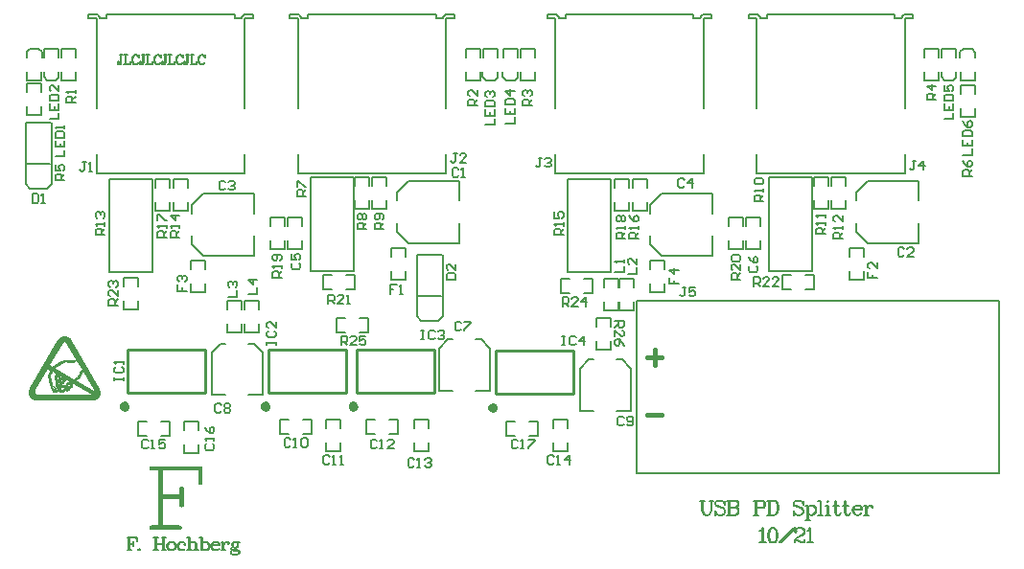
<source format=gto>
G04*
G04 #@! TF.GenerationSoftware,Altium Limited,Altium Designer,21.7.2 (23)*
G04*
G04 Layer_Color=65535*
%FSLAX25Y25*%
%MOIN*%
G70*
G04*
G04 #@! TF.SameCoordinates,38115651-3DBD-42AD-B4A0-95CC447B3A10*
G04*
G04*
G04 #@! TF.FilePolarity,Positive*
G04*
G01*
G75*
%ADD10C,0.00787*%
%ADD11C,0.01968*%
%ADD12C,0.01000*%
%ADD13C,0.01500*%
%ADD14C,0.00600*%
%ADD15C,0.00800*%
%ADD16C,0.00630*%
G36*
X664214Y741843D02*
X664179Y741879D01*
X664140Y741926D01*
X664136Y741932D01*
X664128Y741943D01*
X664120Y741955D01*
X664112Y741966D01*
X664108Y741972D01*
X664102Y741982D01*
X664090Y742002D01*
X664079Y742022D01*
X664068Y742042D01*
X664063Y742052D01*
X664059Y742060D01*
X664052Y742076D01*
X664045Y742092D01*
X664039Y742108D01*
X664036Y742116D01*
X664034Y742123D01*
X664029Y742137D01*
X664025Y742151D01*
X664020Y742166D01*
X664018Y742173D01*
X664018Y742173D01*
X664006Y742223D01*
X663998Y742272D01*
X663993Y742324D01*
X663990Y742377D01*
X663991Y742427D01*
X663994Y742478D01*
X664000Y742530D01*
X664009Y742580D01*
X664024Y742636D01*
X664041Y742687D01*
X664044Y742694D01*
X664051Y742709D01*
X664057Y742724D01*
X664064Y742739D01*
X664067Y742747D01*
X664074Y742759D01*
X664088Y742784D01*
X664104Y742809D01*
X664119Y742832D01*
X664127Y742844D01*
X664132Y742849D01*
X664140Y742860D01*
X664148Y742870D01*
X664157Y742881D01*
X664161Y742886D01*
X664161Y742886D01*
X664201Y742928D01*
X664244Y742967D01*
X664286Y743001D01*
X664328Y743030D01*
X664373Y743056D01*
X664420Y743079D01*
X664470Y743100D01*
X664521Y743118D01*
X664569Y743132D01*
X664620Y743145D01*
X664672Y743156D01*
X664722Y743165D01*
X664773Y743172D01*
X664826Y743178D01*
X664881Y743182D01*
X664932Y743185D01*
X664984Y743187D01*
X665037Y743188D01*
X667198Y743188D01*
Y762220D01*
X665053D01*
X664998Y762220D01*
X664946Y762222D01*
X664895Y762224D01*
X664839Y762228D01*
X664786Y762233D01*
X664734Y762240D01*
X664684Y762247D01*
X664631Y762257D01*
X664580Y762268D01*
X664531Y762281D01*
X664481Y762297D01*
X664433Y762315D01*
X664384Y762336D01*
X664335Y762361D01*
X664293Y762387D01*
X664252Y762416D01*
X664210Y762454D01*
X664174Y762493D01*
X664170Y762499D01*
X664161Y762509D01*
X664152Y762520D01*
X664144Y762531D01*
X664139Y762536D01*
X664134Y762545D01*
X664123Y762561D01*
X664112Y762577D01*
X664101Y762594D01*
X664096Y762602D01*
X664090Y762612D01*
X664079Y762633D01*
X664068Y762654D01*
X664058Y762675D01*
X664053Y762686D01*
X664053D01*
X664051Y762693D01*
X664046Y762706D01*
X664041Y762719D01*
X664036Y762733D01*
X664033Y762740D01*
Y762740D01*
X664018Y762789D01*
X664007Y762838D01*
X663998Y762889D01*
X663993Y762943D01*
X663990Y763000D01*
X663991Y763051D01*
X663994Y763105D01*
X664002Y763160D01*
X664003Y763167D01*
X664007Y763182D01*
X664010Y763197D01*
X664013Y763212D01*
X664014Y763219D01*
X664016Y763226D01*
X664020Y763238D01*
X664023Y763250D01*
X664027Y763263D01*
X664029Y763269D01*
X664034Y763283D01*
X664044Y763312D01*
X664056Y763339D01*
X664069Y763367D01*
X664076Y763380D01*
X664080Y763386D01*
X664086Y763398D01*
X664093Y763410D01*
X664100Y763422D01*
X664103Y763428D01*
X664103Y763428D01*
X664132Y763470D01*
X664163Y763511D01*
X664198Y763551D01*
X664236Y763590D01*
X664274Y763625D01*
X664316Y763658D01*
X664359Y763686D01*
X664405Y763710D01*
X664452Y763730D01*
X664500Y763747D01*
X664551Y763762D01*
X664602Y763774D01*
X664651Y763784D01*
X664703Y763793D01*
X664753Y763799D01*
X664805Y763805D01*
X664860Y763809D01*
X664911Y763812D01*
X664968Y763814D01*
X665020Y763815D01*
X682613Y763815D01*
Y758326D01*
X682612Y758271D01*
X682611Y758219D01*
X682608Y758168D01*
X682604Y758112D01*
X682598Y758059D01*
X682591Y758007D01*
X682583Y757957D01*
X682573Y757904D01*
X682560Y757853D01*
X682546Y757804D01*
X682529Y757753D01*
X682510Y757705D01*
X682487Y757658D01*
X682460Y757609D01*
X682430Y757564D01*
X682398Y757523D01*
X682364Y757487D01*
X682327Y757452D01*
X682280Y757413D01*
X682274Y757409D01*
X682263Y757401D01*
X682252Y757393D01*
X682241Y757386D01*
X682236Y757382D01*
X682227Y757377D01*
X682211Y757367D01*
X682194Y757357D01*
X682177Y757348D01*
X682169Y757343D01*
X682169D01*
X682158Y757338D01*
X682137Y757328D01*
X682116Y757319D01*
X682095Y757310D01*
X682084Y757306D01*
X682077Y757304D01*
X682063Y757300D01*
X682050Y757296D01*
X682036Y757292D01*
X682029Y757290D01*
X682029Y757290D01*
X681981Y757278D01*
X681923Y757269D01*
X681873Y757264D01*
X681820Y757263D01*
X681765Y757264D01*
X681714Y757268D01*
X681658Y757275D01*
X681603Y757287D01*
X681596Y757289D01*
X681582Y757292D01*
X681568Y757296D01*
X681554Y757301D01*
X681546Y757303D01*
X681540Y757305D01*
X681528Y757309D01*
X681516Y757313D01*
X681504Y757318D01*
X681498Y757320D01*
X681480Y757328D01*
X681443Y757345D01*
X681408Y757365D01*
X681373Y757385D01*
X681356Y757397D01*
X681351Y757400D01*
X681341Y757408D01*
X681330Y757416D01*
X681320Y757423D01*
X681315Y757427D01*
X681315D01*
X681270Y757466D01*
X681230Y757506D01*
X681195Y757548D01*
X681164Y757591D01*
X681137Y757636D01*
X681113Y757683D01*
X681091Y757732D01*
X681074Y757779D01*
X681058Y757831D01*
X681045Y757881D01*
X681033Y757933D01*
X681024Y757988D01*
X681016Y758039D01*
X681010Y758092D01*
X681005Y758147D01*
X681003Y758197D01*
X681000Y758249D01*
X680999Y758302D01*
X680999Y762220D01*
X668793D01*
Y753920D01*
X674507D01*
Y755724D01*
X674508Y755779D01*
X674509Y755831D01*
X674512Y755882D01*
X674516Y755938D01*
X674521Y755992D01*
X674528Y756043D01*
X674537Y756093D01*
X674547Y756146D01*
X674560Y756197D01*
X674574Y756246D01*
X674591Y756297D01*
X674610Y756345D01*
X674633Y756392D01*
X674660Y756441D01*
X674690Y756486D01*
X674722Y756527D01*
X674760Y756567D01*
X674799Y756603D01*
X674804Y756608D01*
X674815Y756616D01*
X674826Y756625D01*
X674837Y756634D01*
X674842Y756638D01*
X674851Y756644D01*
X674867Y756655D01*
X674883Y756666D01*
X674899Y756676D01*
X674908Y756682D01*
X674918Y756688D01*
X674939Y756699D01*
X674960Y756710D01*
X674981Y756720D01*
X674992Y756724D01*
X674999Y756727D01*
X675012Y756732D01*
X675026Y756737D01*
X675039Y756742D01*
X675046Y756745D01*
X675046Y756745D01*
X675095Y756760D01*
X675145Y756771D01*
X675196Y756779D01*
X675250Y756785D01*
X675307Y756787D01*
X675361Y756787D01*
X675417Y756783D01*
X675472Y756775D01*
X675480Y756773D01*
X675494Y756770D01*
X675508Y756767D01*
X675522Y756764D01*
X675529Y756763D01*
X675535Y756761D01*
X675547Y756757D01*
X675559Y756754D01*
X675571Y756750D01*
X675577Y756748D01*
X675577D01*
X675596Y756742D01*
X675633Y756727D01*
X675669Y756710D01*
X675705Y756692D01*
X675722Y756682D01*
X675727Y756678D01*
X675738Y756671D01*
X675748Y756665D01*
X675759Y756658D01*
X675764Y756654D01*
X675764Y756654D01*
X675810Y756619D01*
X675853Y756581D01*
X675892Y756541D01*
X675925Y756502D01*
X675956Y756459D01*
X675983Y756415D01*
X676007Y756368D01*
X676028Y756318D01*
X676046Y756271D01*
X676062Y756219D01*
X676075Y756169D01*
X676086Y756117D01*
X676096Y756062D01*
X676104Y756011D01*
X676110Y755958D01*
X676114Y755903D01*
X676117Y755853D01*
X676120Y755801D01*
X676121Y755748D01*
X676121Y750520D01*
X676120Y750465D01*
X676118Y750412D01*
X676116Y750361D01*
X676112Y750306D01*
X676106Y750252D01*
X676099Y750200D01*
X676091Y750150D01*
X676080Y750097D01*
X676068Y750046D01*
X676054Y749998D01*
X676037Y749947D01*
X676017Y749899D01*
X675995Y749851D01*
X675968Y749803D01*
X675937Y749757D01*
X675905Y749717D01*
X675871Y749680D01*
X675835Y749646D01*
X675787Y749607D01*
X675782Y749603D01*
X675771Y749595D01*
X675760Y749587D01*
X675749Y749579D01*
X675743Y749575D01*
X675735Y749570D01*
X675718Y749560D01*
X675702Y749551D01*
X675685Y749541D01*
X675676Y749537D01*
X675666Y749531D01*
X675645Y749521D01*
X675624Y749512D01*
X675602Y749504D01*
X675591Y749500D01*
X675585Y749498D01*
X675571Y749494D01*
X675557Y749489D01*
X675544Y749485D01*
X675537Y749483D01*
X675537D01*
X675488Y749472D01*
X675430Y749462D01*
X675381Y749458D01*
X675327Y749456D01*
X675273Y749457D01*
X675221Y749461D01*
X675166Y749469D01*
X675111Y749480D01*
X675104Y749482D01*
X675090Y749486D01*
X675075Y749490D01*
X675061Y749494D01*
X675054Y749496D01*
X675048Y749498D01*
X675036Y749503D01*
X675024Y749507D01*
X675012Y749511D01*
X675006Y749514D01*
Y749514D01*
X674987Y749521D01*
X674951Y749539D01*
X674915Y749558D01*
X674881Y749579D01*
X674864Y749590D01*
X674859Y749594D01*
X674848Y749602D01*
X674838Y749609D01*
X674828Y749617D01*
X674823Y749621D01*
X674823Y749621D01*
X674778Y749660D01*
X674738Y749700D01*
X674702Y749741D01*
X674672Y749784D01*
X674645Y749829D01*
X674620Y749876D01*
X674599Y749926D01*
X674582Y749973D01*
X674566Y750025D01*
X674552Y750075D01*
X674541Y750127D01*
X674531Y750181D01*
X674524Y750233D01*
X674518Y750286D01*
X674513Y750340D01*
X674510Y750391D01*
X674508Y750443D01*
X674507Y750496D01*
X674507Y752324D01*
X668793D01*
Y743188D01*
X674260D01*
X674315Y743188D01*
X674368Y743186D01*
X674418Y743183D01*
X674474Y743179D01*
X674528Y743173D01*
X674579Y743167D01*
X674629Y743158D01*
X674683Y743148D01*
X674733Y743135D01*
X674782Y743121D01*
X674833Y743104D01*
X674881Y743085D01*
X674928Y743062D01*
X674977Y743035D01*
X675022Y743005D01*
X675063Y742972D01*
X675102Y742937D01*
X675138Y742901D01*
X675143Y742896D01*
X675152Y742885D01*
X675162Y742874D01*
X675171Y742863D01*
X675176Y742857D01*
X675187Y742843D01*
X675208Y742812D01*
X675227Y742781D01*
X675245Y742748D01*
X675253Y742732D01*
Y742732D01*
X675256Y742725D01*
X675262Y742711D01*
X675268Y742698D01*
X675273Y742684D01*
X675276Y742677D01*
X675276Y742677D01*
X675292Y742629D01*
X675306Y742573D01*
X675315Y742517D01*
X675320Y742465D01*
X675323Y742415D01*
X675323Y742360D01*
X675319Y742305D01*
X675313Y742252D01*
X675302Y742199D01*
X675300Y742192D01*
X675296Y742176D01*
X675291Y742161D01*
X675287Y742146D01*
X675285Y742139D01*
X675282Y742130D01*
X675276Y742112D01*
X675269Y742095D01*
X675262Y742078D01*
X675258Y742069D01*
X675255Y742062D01*
X675247Y742046D01*
X675240Y742031D01*
X675232Y742016D01*
X675227Y742008D01*
X675224Y742002D01*
X675216Y741990D01*
X675208Y741977D01*
X675200Y741964D01*
X675196Y741958D01*
X675196Y741958D01*
X675166Y741917D01*
X675133Y741878D01*
X675098Y741841D01*
X675056Y741803D01*
X675016Y741772D01*
X674970Y741742D01*
X674926Y741717D01*
X674878Y741695D01*
X674829Y741675D01*
X674778Y741658D01*
X674729Y741644D01*
X674678Y741632D01*
X674625Y741621D01*
X674575Y741613D01*
X674523Y741607D01*
X674469Y741601D01*
X674413Y741597D01*
X674362Y741595D01*
X674310Y741593D01*
X665053Y741593D01*
X664998Y741593D01*
X664946Y741595D01*
X664895Y741597D01*
X664839Y741602D01*
X664786Y741607D01*
X664734Y741614D01*
X664684Y741622D01*
X664631Y741633D01*
X664580Y741645D01*
X664531Y741659D01*
X664481Y741677D01*
X664433Y741696D01*
X664385Y741718D01*
X664337Y741745D01*
X664291Y741776D01*
X664250Y741808D01*
X664214Y741843D01*
D02*
G37*
G36*
X635031Y809002D02*
X635297Y808943D01*
X635592Y808854D01*
X635917Y808706D01*
X636242Y808529D01*
X636566Y808264D01*
X636596Y808234D01*
X636655Y808175D01*
X636743Y808057D01*
X636832Y807969D01*
X636862Y807939D01*
X636921Y807850D01*
X637009Y807703D01*
X637098Y807555D01*
X637127Y807467D01*
X646810Y790699D01*
X646839Y790670D01*
X646898Y790552D01*
X646957Y790375D01*
X647046Y790168D01*
X647105Y789873D01*
X647135Y789548D01*
Y789194D01*
X647076Y788810D01*
Y788780D01*
X647046Y788692D01*
X647016Y788574D01*
X646957Y788397D01*
Y788367D01*
X646898Y788279D01*
X646839Y788101D01*
Y787865D01*
X646721D01*
X646839Y788101D01*
X646810Y788072D01*
X646721Y787924D01*
X646603Y787747D01*
X646397Y787541D01*
X646160Y787304D01*
X645895Y787098D01*
X645541Y786891D01*
X645186Y786744D01*
X645127D01*
X645039Y786714D01*
X644891Y786685D01*
X644803Y786655D01*
X644773D01*
X644684Y786625D01*
X644566D01*
X644389Y786596D01*
X624788D01*
X624581Y786625D01*
X624316Y786685D01*
X623991Y786773D01*
X623666Y786921D01*
X623341Y787098D01*
X623017Y787334D01*
X622987Y787363D01*
X622899Y787452D01*
X622810Y787541D01*
X622721Y787659D01*
X622692Y787688D01*
X622633Y787747D01*
X622574Y787806D01*
X622544Y787836D01*
X622426D01*
Y788072D01*
X622397Y788101D01*
X622367Y788220D01*
X622279Y788397D01*
X622220Y788633D01*
X622161Y788899D01*
X622102Y789223D01*
Y789607D01*
X622161Y789991D01*
X622190Y790050D01*
X622220Y790138D01*
X622249Y790257D01*
X622279Y790345D01*
Y790375D01*
X622308Y790434D01*
X622367Y790552D01*
X622426Y790699D01*
Y790729D01*
X622456Y790788D01*
X622485Y790847D01*
Y790876D01*
X622515Y790906D01*
X622544Y790935D01*
Y790965D01*
X622574D01*
X632257Y807703D01*
Y807732D01*
X632315Y807762D01*
X632463Y807939D01*
X632581Y808027D01*
X632729Y808116D01*
X632906Y808175D01*
X632962Y808183D01*
X632995Y808264D01*
X633113Y808500D01*
X633201Y808618D01*
X633260Y808677D01*
X633290Y808706D01*
X633378Y808736D01*
X633496Y808795D01*
X633644Y808854D01*
X633851Y808913D01*
X634087Y808972D01*
X634352Y809031D01*
X634795D01*
X635031Y809002D01*
D02*
G37*
%LPC*%
G36*
X634293Y807053D02*
Y806729D01*
Y806699D01*
X634264Y806670D01*
X634205Y806640D01*
X634116Y806581D01*
X634057Y806551D01*
X633939Y806493D01*
X633969D01*
X633939Y806463D01*
X633910Y806433D01*
X633821Y806315D01*
X633733Y806168D01*
X629452Y798935D01*
X630456Y798345D01*
Y798375D01*
X630485Y798404D01*
X630603Y798522D01*
X630692Y798611D01*
X630810Y798699D01*
X630839Y798729D01*
X630928Y798817D01*
X631105Y798935D01*
X631312Y799083D01*
X631341Y799113D01*
X631459Y799171D01*
X631489D01*
X631519Y799201D01*
X631666Y799290D01*
X631725Y799319D01*
X631843Y799378D01*
X631961Y799467D01*
X632079Y799526D01*
X632109Y799555D01*
X632227Y799644D01*
X632404Y799732D01*
X632611Y799880D01*
X632847Y800028D01*
X633113Y800175D01*
X633408Y800323D01*
X633673Y800441D01*
X633703D01*
X633821Y800470D01*
X633969Y800529D01*
X634175Y800559D01*
X634441Y800589D01*
X634736Y800618D01*
X635061Y800648D01*
X635947D01*
X636035Y800618D01*
X636183D01*
X636507Y800589D01*
X637068D01*
X637216Y800618D01*
X637393Y800648D01*
X637600Y800677D01*
X637865Y800736D01*
X638131Y800795D01*
X638603Y801061D01*
X635592Y806050D01*
X635563Y806079D01*
X635504Y806168D01*
X635445Y806256D01*
X635415Y806345D01*
X635386Y806374D01*
X635238Y806493D01*
X635209Y806522D01*
X635120Y806611D01*
X635031Y806699D01*
X634972Y806729D01*
X634293Y807053D01*
D02*
G37*
G36*
X638810Y800500D02*
X638780Y800264D01*
X637954Y799821D01*
X637924D01*
X637895Y799791D01*
X637806Y799762D01*
X637688Y799703D01*
X637363Y799644D01*
X636950Y799585D01*
X636242D01*
X635828Y799614D01*
X635799Y799644D01*
X635740Y799673D01*
X635563Y799821D01*
X635297Y800057D01*
X635061Y800293D01*
X635031Y800264D01*
X634972Y800205D01*
X634884Y800087D01*
X634736Y799969D01*
X634411Y799673D01*
X634205Y799555D01*
X633998Y799467D01*
X633969D01*
X633910Y799437D01*
X633791Y799378D01*
X633614Y799319D01*
X633437Y799201D01*
X633201Y799083D01*
X632965Y798935D01*
X632699Y798729D01*
X632670Y798699D01*
X632581Y798640D01*
X632404Y798552D01*
X632168Y798404D01*
X632109Y798375D01*
X632020Y798315D01*
X631873Y798227D01*
X631843Y798197D01*
X631725Y798138D01*
X631577Y798050D01*
X631400Y797902D01*
X631371Y797873D01*
X631341D01*
X631281Y797853D01*
X637836Y794124D01*
X637865D01*
X637924Y794153D01*
X638013Y794212D01*
X638161Y794301D01*
X638338Y794448D01*
X638574Y794596D01*
X638810Y794832D01*
X639105Y795127D01*
X639135Y795157D01*
X639164Y795216D01*
X639312Y795363D01*
X639341Y795423D01*
X639459Y795541D01*
X639489Y795570D01*
X639518Y795659D01*
X639607Y795836D01*
X639666Y795954D01*
X639725Y796101D01*
Y796131D01*
X639755Y796161D01*
X639814Y796367D01*
X639932Y796603D01*
X640079Y796899D01*
X640109Y796957D01*
X640197Y797076D01*
X640315Y797223D01*
X640493Y797430D01*
X640522Y797459D01*
X640552Y797489D01*
X640611Y797518D01*
X640640Y797489D01*
X638810Y800500D01*
D02*
G37*
G36*
X632581Y795393D02*
X632552Y795334D01*
X632522Y795363D01*
X632493Y795334D01*
X632434Y795275D01*
X632404Y795186D01*
X632375Y795157D01*
X632345Y794980D01*
X632333Y794909D01*
X632257Y794832D01*
X632168Y794685D01*
X632138Y794596D01*
Y794566D01*
Y794507D01*
X632197Y794330D01*
X632227Y794183D01*
X632286Y794035D01*
Y794005D01*
X632315Y793917D01*
Y794035D01*
Y794065D01*
Y794124D01*
Y794330D01*
Y794360D01*
Y794419D01*
Y794625D01*
Y794685D01*
Y794803D01*
X632333Y794909D01*
X632345Y794921D01*
X632375Y794980D01*
X632463Y795098D01*
X632522Y795216D01*
X632581Y795334D01*
Y795393D01*
D02*
G37*
G36*
X633319Y794950D02*
X633290Y794921D01*
X633260D01*
X633378Y794803D01*
Y794862D01*
Y794891D01*
Y794921D01*
X633319Y794950D01*
D02*
G37*
G36*
X634470Y794304D02*
X634471Y794301D01*
X634500Y794242D01*
X634529Y794183D01*
Y794173D01*
X634589Y794212D01*
X634677Y794183D01*
X634470Y794304D01*
D02*
G37*
G36*
X633378Y794803D02*
X633349Y794625D01*
Y794596D01*
Y794537D01*
Y794330D01*
Y794124D01*
Y794065D01*
Y794035D01*
Y794005D01*
Y793887D01*
Y793740D01*
X633378Y793622D01*
X633408Y793592D01*
X633437Y793445D01*
X633467Y793386D01*
Y793356D01*
X633476Y793329D01*
X633614Y793445D01*
X633791Y793563D01*
X633762D01*
X633703Y793592D01*
X633644Y793651D01*
X633614Y793740D01*
X633585Y793769D01*
X633526Y793858D01*
X633496Y793917D01*
X633467Y794035D01*
X633437Y794212D01*
X633408Y794448D01*
Y794478D01*
Y794596D01*
X633437Y794685D01*
X633467Y794714D01*
X633378Y794803D01*
D02*
G37*
G36*
X632315Y793917D02*
Y793740D01*
X632345Y793533D01*
X632375Y793415D01*
Y793386D01*
X632400Y793512D01*
X632434Y793327D01*
Y793179D01*
Y793061D01*
Y793002D01*
X632404Y792884D01*
X632375Y792707D01*
Y792500D01*
X632345D01*
X632315Y792471D01*
X632203Y792442D01*
X632315Y792352D01*
X632434Y792175D01*
X632522Y791969D01*
X632493Y792057D01*
X632463Y792116D01*
Y792205D01*
X632434Y792352D01*
Y792529D01*
X632463Y792500D01*
X632552Y792441D01*
X632611Y792382D01*
X632670Y792293D01*
X632685D01*
X632729Y792382D01*
X632847Y792500D01*
X632817Y792529D01*
X632729Y792618D01*
X632640Y792766D01*
X632522Y793002D01*
Y793031D01*
X632552Y793061D01*
X632581Y793209D01*
Y793297D01*
Y793415D01*
X632522Y793504D01*
X632434Y793622D01*
Y793592D01*
X632404Y793533D01*
X632400Y793512D01*
X632375Y793651D01*
X632345Y793799D01*
X632315Y793917D01*
D02*
G37*
G36*
X636389Y792205D02*
X636360D01*
Y792175D01*
X636330Y792146D01*
X636124Y791998D01*
X636094Y791969D01*
X636035Y791910D01*
X635998Y791860D01*
X635917Y791880D01*
X635799D01*
X635828Y791851D01*
Y791821D01*
X635858D01*
X635828Y791673D01*
Y791614D01*
X635947Y791791D01*
X635998Y791860D01*
X636035Y791851D01*
X636271Y791821D01*
X636490Y791799D01*
X636507Y791851D01*
Y791880D01*
X636478Y791910D01*
X636448Y791969D01*
X636419Y791998D01*
X636360Y792087D01*
Y792175D01*
X636389Y792205D01*
D02*
G37*
G36*
X635356Y793681D02*
X635327Y793651D01*
X635238Y793563D01*
X635090Y793415D01*
X634825Y793209D01*
X634795D01*
X634766Y793149D01*
X634589Y793002D01*
X634352Y792766D01*
X634087Y792500D01*
X634057Y792471D01*
X633969Y792382D01*
X633851Y792234D01*
X633733Y792057D01*
X633585Y791880D01*
X633549Y791818D01*
X633555Y791821D01*
X633585Y791851D01*
X633733D01*
X633851Y791880D01*
X633939D01*
X634116Y791910D01*
X634677D01*
X634707Y791880D01*
X634814Y791859D01*
X634854Y791939D01*
X634943Y792087D01*
Y792116D01*
X634972Y792175D01*
X635090Y792352D01*
X635267Y792559D01*
X635504Y792795D01*
X635533Y792825D01*
X635592Y792884D01*
X635740Y792972D01*
X635858Y793061D01*
X636005Y793149D01*
X636035D01*
X636065Y793179D01*
X636183Y793238D01*
X636216D01*
X635356Y793681D01*
D02*
G37*
G36*
X636507Y791910D02*
Y791880D01*
X636537Y791851D01*
X636507Y791910D01*
D02*
G37*
G36*
X634677Y791113D02*
X634648D01*
X634618Y791083D01*
X634677D01*
Y791113D01*
D02*
G37*
G36*
X630426Y796662D02*
Y796633D01*
Y796603D01*
X630397Y796515D01*
X630367Y796426D01*
X630308Y796279D01*
X630220Y796101D01*
X630131Y795895D01*
Y795865D01*
X630101Y795836D01*
X630013Y795659D01*
X629954Y795511D01*
X629924Y795452D01*
X629895Y795423D01*
Y795363D01*
Y795275D01*
Y795186D01*
Y795039D01*
X629924Y794862D01*
X629954Y794685D01*
X630013Y794448D01*
X630043Y794419D01*
X630072Y794330D01*
X630101Y794212D01*
X630131Y794065D01*
Y794035D01*
Y793976D01*
X630161Y793828D01*
X630190Y793710D01*
X630220Y793563D01*
X630249Y793356D01*
X630279Y793149D01*
Y793120D01*
Y793061D01*
X630308Y792972D01*
Y792854D01*
X630367Y792618D01*
X630397Y792382D01*
X630426Y792323D01*
X630456Y792205D01*
X630544Y791998D01*
X630662Y791733D01*
Y791703D01*
X630692Y791644D01*
X630515D01*
X630456Y791614D01*
X630707D01*
X630692Y791644D01*
X630839D01*
X630958Y791614D01*
X631105Y791555D01*
X631253Y791496D01*
X631430Y791378D01*
X631607Y791201D01*
X631691Y791083D01*
X631666Y791172D01*
X631607Y791408D01*
X631519Y791703D01*
Y791762D01*
X631489Y791821D01*
X631459Y791969D01*
X631430Y792028D01*
X631400Y792087D01*
X631371Y792175D01*
Y792205D01*
Y792234D01*
X631341Y792323D01*
Y792352D01*
Y792411D01*
Y792441D01*
Y792500D01*
Y792589D01*
Y792707D01*
X631371Y792972D01*
X631430Y793297D01*
Y793356D01*
X631400Y793415D01*
X631341Y793563D01*
Y793592D01*
X631312Y793710D01*
X631253Y793858D01*
X631223Y794035D01*
X631135Y794448D01*
X631105Y794625D01*
Y794773D01*
Y794832D01*
X631164Y794980D01*
X631282Y795186D01*
X631430Y795423D01*
Y795452D01*
X631459Y795481D01*
X631548Y795600D01*
X631637Y795718D01*
X631666Y795747D01*
X630426Y796662D01*
D02*
G37*
G36*
X635632Y791024D02*
X635563D01*
X635504Y790995D01*
X635474D01*
Y790965D01*
X635504Y790935D01*
X635533D01*
X635553Y790926D01*
X635533Y790906D01*
X635474D01*
X635415Y790935D01*
X635209D01*
X635238Y790906D01*
X635327Y790876D01*
X635415Y790817D01*
X635504Y790788D01*
X635533D01*
X635563Y790817D01*
X635592D01*
Y790847D01*
X635622Y790876D01*
Y790906D01*
X635592D01*
X635553Y790926D01*
X635622Y790995D01*
X635632Y791024D01*
D02*
G37*
G36*
X636625Y790817D02*
X636596D01*
Y790814D01*
X636625Y790817D01*
D02*
G37*
G36*
X635563Y790788D02*
X635533D01*
X635504Y790758D01*
Y790729D01*
X635533Y790758D01*
X635563Y790788D01*
D02*
G37*
G36*
X631691Y791083D02*
X631725Y790965D01*
X631755Y790847D01*
X631784Y790758D01*
Y790670D01*
Y790640D01*
X631725Y790522D01*
X631666Y790434D01*
X631577Y790345D01*
X631548Y790315D01*
X631637D01*
X631814Y790345D01*
X632079D01*
Y790375D01*
X632050Y790434D01*
Y790463D01*
X631991Y790611D01*
X631902Y790758D01*
X631843Y790876D01*
X631814Y790906D01*
X631784Y790965D01*
X631755Y790995D01*
X631691Y791083D01*
D02*
G37*
G36*
X634471Y791113D02*
X634264D01*
X634175Y791083D01*
X634028D01*
X633939Y791053D01*
X633910D01*
X633851Y791024D01*
X633791D01*
X633762Y790995D01*
X633673D01*
X633614Y790965D01*
X633467Y790847D01*
Y790817D01*
X633437Y790788D01*
X633408Y790670D01*
X633378Y790611D01*
X633349Y790522D01*
Y790493D01*
X633378Y790434D01*
X633437Y790375D01*
X633496Y790286D01*
X633821D01*
X633880Y790315D01*
X633910D01*
X633939Y790345D01*
X633998Y790404D01*
X634028Y790434D01*
X634116Y790493D01*
X634234Y790611D01*
X634382Y790817D01*
Y790847D01*
X634411Y790876D01*
X634529Y790995D01*
X634618Y791083D01*
X634471Y791113D01*
D02*
G37*
G36*
X630692Y791437D02*
X630633Y791319D01*
X630603Y791201D01*
Y790995D01*
X630662Y790876D01*
X630692Y790817D01*
X630721D01*
X630839Y790788D01*
X630928Y790699D01*
X630987Y790611D01*
X631017Y790581D01*
X631046Y790493D01*
X631076Y790463D01*
X631105Y790434D01*
X631135Y790404D01*
X631194Y790257D01*
X631223Y790227D01*
Y790197D01*
Y790168D01*
Y790109D01*
X631194Y790079D01*
Y790050D01*
Y789961D01*
Y789932D01*
X631223Y790109D01*
X631282Y790197D01*
X631341Y790227D01*
X631371D01*
X631312Y790257D01*
X631253Y790315D01*
X631223Y790345D01*
X631194Y790375D01*
X631164Y790434D01*
X631105Y790522D01*
X631017Y790788D01*
X630987Y790876D01*
X630958Y790995D01*
X630928Y791053D01*
Y791083D01*
X630692Y791437D01*
D02*
G37*
G36*
X641080Y796551D02*
X641053Y796515D01*
X640935Y796367D01*
X640876Y796249D01*
X640817Y796072D01*
X640699Y795865D01*
Y795836D01*
X640670Y795777D01*
X640640Y795659D01*
X640581Y795511D01*
X640463Y795245D01*
X640404Y795098D01*
X640315Y794980D01*
Y794950D01*
X640256Y794891D01*
X640109Y794685D01*
X640079Y794655D01*
X640020Y794596D01*
X639843Y794389D01*
X639814Y794360D01*
X639725Y794271D01*
X639577Y794153D01*
X639371Y794005D01*
X639164Y793858D01*
X638958Y793710D01*
X638751Y793622D01*
X638544Y793563D01*
X644862Y789924D01*
Y789961D01*
Y789991D01*
Y790020D01*
X644832Y790050D01*
X644773Y790168D01*
X644684Y790345D01*
X644655D01*
X641080Y796551D01*
D02*
G37*
G36*
X628714Y797577D02*
X624552Y790257D01*
Y790227D01*
X624522Y790168D01*
X624493Y790079D01*
X624463Y790065D01*
Y790050D01*
X624434Y789991D01*
X624404Y789873D01*
Y789814D01*
X624375Y789696D01*
X624404Y789548D01*
X624434Y789400D01*
X624463D01*
X624493Y789371D01*
X624522Y789253D01*
X624611Y789164D01*
X624670Y789076D01*
Y789046D01*
X624729Y788987D01*
X624788Y788958D01*
X624935Y788869D01*
X625142Y788751D01*
X625408Y788721D01*
X644005D01*
X644042Y788733D01*
X637275Y792573D01*
Y792559D01*
X637304Y792529D01*
X637334Y792471D01*
X637423Y792323D01*
X637511Y792116D01*
X637541Y791851D01*
Y791821D01*
X637511Y791703D01*
X637481Y791555D01*
X637423Y791349D01*
X637393Y791319D01*
X637334Y791172D01*
X637275Y791113D01*
X637216Y791053D01*
X637098Y790995D01*
X636980Y790935D01*
X636803Y790847D01*
X636625Y790817D01*
Y790758D01*
Y790699D01*
X636596Y790611D01*
Y790552D01*
X636566Y790493D01*
X636507Y790375D01*
Y790345D01*
X636478Y790315D01*
X636389Y790197D01*
X636360D01*
X636271Y790168D01*
X636183Y790138D01*
X636065Y790079D01*
X635947Y790050D01*
X635828Y790020D01*
X635769Y789991D01*
X635740D01*
X635769Y789961D01*
X635799Y789873D01*
X635769Y789843D01*
X635710Y789814D01*
X635592Y789784D01*
X635356D01*
X635209Y789814D01*
X635031Y789873D01*
X634972Y789932D01*
X634943Y789991D01*
Y789961D01*
X634884Y789873D01*
X634795Y789755D01*
X634648Y789607D01*
X634618D01*
X634559Y789548D01*
X634441Y789489D01*
X634293Y789400D01*
X634264D01*
X634175Y789341D01*
X634057Y789312D01*
X633939Y789282D01*
X633349D01*
X633172Y789341D01*
X632965Y789430D01*
X632758Y789577D01*
X632729Y789607D01*
X632699Y789666D01*
X632611Y789755D01*
X632535Y789882D01*
X632404Y789725D01*
X632227Y789548D01*
X632197Y789518D01*
X632109Y789459D01*
X631961Y789400D01*
X631814Y789312D01*
X631784D01*
X631666Y789282D01*
X631489Y789253D01*
X631282Y789223D01*
X631194D01*
X631105Y789253D01*
X631017Y789282D01*
X630751Y789400D01*
X630603Y789518D01*
X630485Y789637D01*
Y789666D01*
X630426Y789696D01*
X630367Y789784D01*
X630308Y789902D01*
X630220Y790079D01*
X630131Y790286D01*
X630013Y790522D01*
X629924Y790788D01*
Y790817D01*
Y790847D01*
X629895Y790876D01*
Y790906D01*
Y790935D01*
X629865Y790995D01*
X629806Y791172D01*
X629747Y791290D01*
X629688Y791437D01*
Y791467D01*
X629659Y791526D01*
X629570Y791703D01*
X629482Y791910D01*
X629423Y792146D01*
Y792175D01*
X629363Y792323D01*
X629334Y792411D01*
Y792559D01*
X629305Y792736D01*
X629275Y792943D01*
Y792972D01*
Y793061D01*
X629245Y793179D01*
X629216Y793297D01*
X629186Y793622D01*
X629157Y793769D01*
X629127Y793887D01*
X629098D01*
Y793917D01*
Y793947D01*
X629068Y794065D01*
Y794124D01*
X629039Y794242D01*
X628980Y794419D01*
X628950Y794655D01*
X628862Y795157D01*
Y795393D01*
X628891Y795570D01*
X628921Y795629D01*
X628950Y795747D01*
X629039Y795924D01*
X629157Y796131D01*
Y796161D01*
X629216Y796249D01*
X629245Y796367D01*
X629305Y796515D01*
X629423Y796810D01*
X629452Y796928D01*
X629482Y797017D01*
X628714Y797577D01*
D02*
G37*
%LPD*%
D10*
X876394Y919665D02*
X876034Y920514D01*
X875173Y920846D01*
X926827D02*
X925966Y920514D01*
X925606Y919665D01*
X646894D02*
X646534Y920514D01*
X645673Y920846D01*
X697327D02*
X696466Y920514D01*
X696106Y919665D01*
X856827Y920846D02*
X855966Y920514D01*
X855606Y919665D01*
X806394D02*
X806034Y920514D01*
X805173Y920846D01*
X716894Y919665D02*
X716534Y920514D01*
X715673Y920846D01*
X767327D02*
X766466Y920514D01*
X766106Y919665D01*
X875213Y865728D02*
Y872421D01*
Y888327D02*
Y919665D01*
X926787Y888327D02*
Y919665D01*
Y865728D02*
Y872421D01*
X878756Y920846D02*
X923244D01*
X875213Y865728D02*
X926787D01*
X872457Y919665D02*
Y920846D01*
Y919665D02*
X875213D01*
X872457Y920846D02*
X875173Y920846D01*
X878756Y919665D02*
Y920846D01*
X876394Y919665D02*
X878756Y919665D01*
X923244D02*
X925606Y919665D01*
X926827Y920846D02*
X929543Y920846D01*
X926787Y919665D02*
X929543D01*
Y920846D01*
X923244Y920846D02*
X923244Y919665D01*
X717500Y775000D02*
X720500D01*
Y780000D01*
X717500D02*
X720500D01*
X709500D02*
X712500D01*
X709500Y775000D02*
Y780000D01*
Y775000D02*
X712500D01*
X730500Y777000D02*
Y780000D01*
X725500D02*
X730500D01*
X725500Y777000D02*
Y780000D01*
Y769000D02*
Y772000D01*
Y769000D02*
X730500D01*
Y772000D01*
X813642Y783142D02*
Y797807D01*
Y783142D02*
X818563D01*
X826437D02*
X831358D01*
Y797807D01*
X816693Y800858D02*
X818563D01*
X813642Y797807D02*
X816693Y800858D01*
X828307D02*
X831358Y797807D01*
X826437Y800858D02*
X828307D01*
X833402Y821421D02*
X833795D01*
X833402Y761185D02*
Y821421D01*
Y761185D02*
X959386D01*
Y821421D01*
X833795D02*
X959386D01*
X764642Y790142D02*
Y804807D01*
Y790142D02*
X769563D01*
X777437D02*
X782358D01*
Y804807D01*
X767693Y807858D02*
X769563D01*
X764642Y804807D02*
X767693Y807858D01*
X779307D02*
X782358Y804807D01*
X777437Y807858D02*
X779307D01*
X766000Y816110D02*
Y832000D01*
X764390Y814500D02*
X766000Y816110D01*
X758610Y814500D02*
X764390D01*
X757000Y816110D02*
Y831000D01*
Y816110D02*
X758610Y814500D01*
X766000Y831000D02*
Y837500D01*
X757000Y831000D02*
Y837500D01*
X757200D02*
X765800D01*
X757500Y823000D02*
X765500D01*
X748000Y828787D02*
X753000D01*
X748000D02*
Y831787D01*
X753000Y828787D02*
Y831787D01*
X748000Y836787D02*
Y839787D01*
X753000Y836787D02*
Y839787D01*
X748000D02*
X753000D01*
X626683Y906150D02*
Y907967D01*
X625500Y909150D02*
X626683Y907967D01*
X622500Y909150D02*
X625500D01*
X621404Y906150D02*
Y908054D01*
X622500Y909150D01*
X621500Y898150D02*
X626500D01*
X621500D02*
Y901150D01*
X626500Y898150D02*
Y901150D01*
X621500Y886150D02*
X626500D01*
X621500D02*
Y889150D01*
X626500Y886150D02*
Y889150D01*
X621500Y894150D02*
Y897150D01*
X626500Y894150D02*
Y897150D01*
X621500D02*
X626500D01*
X630000Y862110D02*
Y878000D01*
X628390Y860500D02*
X630000Y862110D01*
X622610Y860500D02*
X628390D01*
X621000Y862110D02*
Y877000D01*
Y862110D02*
X622610Y860500D01*
X630000Y877000D02*
Y883500D01*
X621000Y877000D02*
Y883500D01*
X621200D02*
X629800D01*
X621500Y869000D02*
X629500D01*
X827500Y829000D02*
X832500D01*
Y826000D02*
Y829000D01*
X827500Y826000D02*
Y829000D01*
X832500Y818000D02*
Y821000D01*
X827500Y818000D02*
Y821000D01*
Y818000D02*
X832500D01*
X822000Y829000D02*
X827000D01*
Y826000D02*
Y829000D01*
X822000Y826000D02*
Y829000D01*
X827000Y818000D02*
Y821000D01*
X822000Y818000D02*
Y821000D01*
Y818000D02*
X827000D01*
X809500Y777000D02*
Y780000D01*
X804500D02*
X809500D01*
X804500Y777000D02*
Y780000D01*
Y769000D02*
Y772000D01*
Y769000D02*
X809500D01*
Y772000D01*
X796000Y774500D02*
X799000D01*
Y779500D01*
X796000D02*
X799000D01*
X788000D02*
X791000D01*
X788000Y774500D02*
Y779500D01*
Y774500D02*
X791000D01*
X761000Y777000D02*
Y780000D01*
X756000D02*
X761000D01*
X756000Y777000D02*
Y780000D01*
Y769000D02*
Y772000D01*
Y769000D02*
X761000D01*
Y772000D01*
X747500Y775000D02*
X750500D01*
Y780000D01*
X747500D02*
X750500D01*
X739500D02*
X742500D01*
X739500Y775000D02*
Y780000D01*
Y775000D02*
X742500D01*
X645713Y865728D02*
Y872421D01*
Y888327D02*
Y919665D01*
X697287Y888327D02*
Y919665D01*
Y865728D02*
Y872421D01*
X649256Y920846D02*
X693744D01*
X645713Y865728D02*
X697287D01*
X642957Y919665D02*
Y920846D01*
Y919665D02*
X645713D01*
X642957Y920846D02*
X645673Y920846D01*
X649256Y919665D02*
Y920846D01*
X646894Y919665D02*
X649256Y919665D01*
X693744D02*
X696106Y919665D01*
X697327Y920846D02*
X700043Y920846D01*
X697287Y919665D02*
X700043D01*
Y920846D01*
X693744Y920846D02*
X693744Y919665D01*
X853244Y920846D02*
X853244Y919665D01*
X859543Y919665D02*
Y920846D01*
X856787Y919665D02*
X859543D01*
X856827Y920846D02*
X859543Y920846D01*
X853244Y919665D02*
X855606Y919665D01*
X806394D02*
X808756Y919665D01*
Y920846D01*
X802457Y920846D02*
X805173Y920846D01*
X802457Y919665D02*
X805213D01*
X802457D02*
Y920846D01*
X805213Y865728D02*
X856787D01*
X808756Y920846D02*
X853244D01*
X856787Y865728D02*
Y872421D01*
Y888327D02*
Y919665D01*
X805213Y888327D02*
Y919665D01*
Y865728D02*
Y872421D01*
X715713Y865728D02*
Y872421D01*
Y888327D02*
Y919665D01*
X767287Y888327D02*
Y919665D01*
Y865728D02*
Y872421D01*
X719256Y920846D02*
X763744D01*
X715713Y865728D02*
X767287D01*
X712957Y919665D02*
Y920846D01*
Y919665D02*
X715713D01*
X712957Y920846D02*
X715673Y920846D01*
X719256Y919665D02*
Y920846D01*
X716894Y919665D02*
X719256Y919665D01*
X763744D02*
X766106Y919665D01*
X767327Y920846D02*
X770043Y920846D01*
X767287Y919665D02*
X770043D01*
Y920846D01*
X763744Y920846D02*
X763744Y919665D01*
X678500Y824287D02*
X683500D01*
X678500D02*
Y827287D01*
X683500Y824287D02*
Y827287D01*
X678500Y832287D02*
Y835287D01*
X683500Y832287D02*
Y835287D01*
X678500D02*
X683500D01*
X780000Y906000D02*
Y909000D01*
X785000Y906000D02*
Y909000D01*
X780000D02*
X785000D01*
X784000Y898000D02*
X785096Y899096D01*
Y901000D01*
X781000Y898000D02*
X784000D01*
X779817Y899183D02*
X781000Y898000D01*
X779817Y899183D02*
Y901000D01*
X682709Y836961D02*
X700327D01*
Y843850D01*
Y851724D02*
Y858614D01*
X682709D02*
X700327D01*
X678673Y840996D02*
Y843850D01*
Y840996D02*
X682709Y836961D01*
X678673Y854579D02*
X682709Y858614D01*
X678673Y851724D02*
Y854579D01*
X774000Y909000D02*
X779000D01*
Y906000D02*
Y909000D01*
X774000Y906000D02*
Y909000D01*
X779000Y898000D02*
Y901000D01*
X774000Y898000D02*
Y901000D01*
Y898000D02*
X779000D01*
X741500Y864287D02*
X746500D01*
Y861287D02*
Y864287D01*
X741500Y861287D02*
Y864287D01*
X746500Y853287D02*
Y856287D01*
X741500Y853287D02*
Y856287D01*
Y853287D02*
X746500D01*
X735500Y864287D02*
X740500D01*
Y861287D02*
Y864287D01*
X735500Y861287D02*
Y864287D01*
X740500Y853287D02*
Y856287D01*
X735500Y853287D02*
Y856287D01*
Y853287D02*
X740500D01*
X720000Y831787D02*
X735000D01*
X720000D02*
Y864287D01*
X735000D01*
Y831787D02*
Y864287D01*
X724500Y825287D02*
Y830287D01*
X727500D01*
X724500Y825287D02*
X727500D01*
X732500Y830287D02*
X735500D01*
X732500Y825287D02*
X735500D01*
Y830287D01*
X716986Y839302D02*
Y842302D01*
X711986Y839302D02*
X716986D01*
X711986D02*
Y842302D01*
Y847302D02*
Y850302D01*
X716986D01*
Y847302D02*
Y850302D01*
X705986Y839302D02*
X710986D01*
X705986D02*
Y842302D01*
X710986Y839302D02*
Y842302D01*
X705986Y847302D02*
Y850302D01*
X710986Y847302D02*
Y850302D01*
X705986D02*
X710986D01*
X754209Y841461D02*
X771827D01*
Y848350D01*
Y856224D02*
Y863114D01*
X754209D02*
X771827D01*
X750173Y845496D02*
Y848350D01*
Y845496D02*
X754209Y841461D01*
X750173Y859079D02*
X754209Y863114D01*
X750173Y856224D02*
Y859079D01*
X939500Y906000D02*
Y909000D01*
X944500Y906000D02*
Y909000D01*
X939500D02*
X944500D01*
X943500Y898000D02*
X944596Y899096D01*
Y901000D01*
X940500Y898000D02*
X943500D01*
X939317Y899183D02*
X940500Y898000D01*
X939317Y899183D02*
Y901000D01*
X933500Y909000D02*
X938500D01*
Y906000D02*
Y909000D01*
X933500Y906000D02*
Y909000D01*
X938500Y898000D02*
Y901000D01*
X933500Y898000D02*
Y901000D01*
Y898000D02*
X938500D01*
X901000Y864287D02*
X906000D01*
Y861287D02*
Y864287D01*
X901000Y861287D02*
Y864287D01*
X906000Y853287D02*
Y856287D01*
X901000Y853287D02*
Y856287D01*
Y853287D02*
X906000D01*
X895000Y864287D02*
X900000D01*
Y861287D02*
Y864287D01*
X895000Y861287D02*
Y864287D01*
X900000Y853287D02*
Y856287D01*
X895000Y853287D02*
Y856287D01*
Y853287D02*
X900000D01*
X913709Y841461D02*
X931327D01*
Y848350D01*
Y856224D02*
Y863114D01*
X913709D02*
X931327D01*
X909673Y845496D02*
Y848350D01*
Y845496D02*
X913709Y841461D01*
X909673Y859079D02*
X913709Y863114D01*
X909673Y856224D02*
Y859079D01*
X879500Y831787D02*
X894500D01*
X879500D02*
Y864287D01*
X894500D01*
Y831787D02*
Y864287D01*
X876486Y839302D02*
Y842302D01*
X871486Y839302D02*
X876486D01*
X871486D02*
Y842302D01*
Y847302D02*
Y850302D01*
X876486D01*
Y847302D02*
Y850302D01*
X907500Y828787D02*
X912500D01*
X907500D02*
Y831787D01*
X912500Y828787D02*
Y831787D01*
X907500Y836787D02*
Y839787D01*
X912500Y836787D02*
Y839787D01*
X907500D02*
X912500D01*
X627500Y906000D02*
Y909000D01*
X632500Y906000D02*
Y909000D01*
X627500D02*
X632500D01*
X631500Y898000D02*
X632596Y899096D01*
Y901000D01*
X628500Y898000D02*
X631500D01*
X627317Y899183D02*
X628500Y898000D01*
X627317Y899183D02*
Y901000D01*
X633500Y909000D02*
X638500D01*
Y906000D02*
Y909000D01*
X633500Y906000D02*
Y909000D01*
X638500Y898000D02*
Y901000D01*
X633500Y898000D02*
Y901000D01*
Y898000D02*
X638500D01*
X655000Y829500D02*
X660000D01*
Y826500D02*
Y829500D01*
X655000Y826500D02*
Y829500D01*
X660000Y818500D02*
Y821500D01*
X655000Y818500D02*
Y821500D01*
Y818500D02*
X660000D01*
X672500Y863787D02*
X677500D01*
Y860787D02*
Y863787D01*
X672500Y860787D02*
Y863787D01*
X677500Y852787D02*
Y855787D01*
X672500Y852787D02*
Y855787D01*
Y852787D02*
X677500D01*
X666160Y863755D02*
X671160D01*
Y860755D02*
Y863755D01*
X666160Y860755D02*
Y863755D01*
X671160Y852755D02*
Y855755D01*
X666160Y852755D02*
Y855755D01*
Y852755D02*
X671160D01*
X650000Y831287D02*
X665000D01*
X650000D02*
Y863787D01*
X665000D01*
Y831287D02*
Y863787D01*
X809500Y831287D02*
X824500D01*
X809500D02*
Y863787D01*
X824500D01*
Y831287D02*
Y863787D01*
X865486Y839302D02*
X870486D01*
X865486D02*
Y842302D01*
X870486Y839302D02*
Y842302D01*
X865486Y847302D02*
Y850302D01*
X870486Y847302D02*
Y850302D01*
X865486D02*
X870486D01*
X842209Y836961D02*
X859827D01*
Y843850D01*
Y851724D02*
Y858614D01*
X842209D02*
X859827D01*
X838173Y840996D02*
Y843850D01*
Y840996D02*
X842209Y836961D01*
X838173Y854579D02*
X842209Y858614D01*
X838173Y851724D02*
Y854579D01*
X818000Y824000D02*
Y829000D01*
X815000Y824000D02*
X818000D01*
X815000Y829000D02*
X818000D01*
X807000Y824000D02*
X810000D01*
X807000Y829000D02*
X810000D01*
X807000Y824000D02*
Y829000D01*
X838000Y824287D02*
X843000D01*
X838000D02*
Y827287D01*
X843000Y824287D02*
Y827287D01*
X838000Y832287D02*
Y835287D01*
X843000Y832287D02*
Y835287D01*
X838000D02*
X843000D01*
X884000Y825287D02*
Y830287D01*
X887000D01*
X884000Y825287D02*
X887000D01*
X892000Y830287D02*
X895000D01*
X892000Y825287D02*
X895000D01*
Y830287D01*
X787000Y906000D02*
Y909000D01*
X792000Y906000D02*
Y909000D01*
X787000D02*
X792000D01*
X791000Y898000D02*
X792096Y899096D01*
Y901000D01*
X788000Y898000D02*
X791000D01*
X786817Y899183D02*
X788000Y898000D01*
X786817Y899183D02*
Y901000D01*
X793000Y909000D02*
X798000D01*
Y906000D02*
Y909000D01*
X793000Y906000D02*
Y909000D01*
X798000Y898000D02*
Y901000D01*
X793000Y898000D02*
Y901000D01*
Y898000D02*
X798000D01*
X832000Y863787D02*
X837000D01*
Y860787D02*
Y863787D01*
X832000Y860787D02*
Y863787D01*
X837000Y852787D02*
Y855787D01*
X832000Y852787D02*
Y855787D01*
Y852787D02*
X837000D01*
X825660Y863755D02*
X830660D01*
Y860755D02*
Y863755D01*
X825660Y860755D02*
Y863755D01*
X830660Y852755D02*
Y855755D01*
X825660Y852755D02*
Y855755D01*
Y852755D02*
X830660D01*
X685642Y788646D02*
Y803311D01*
Y788646D02*
X690563D01*
X698437D02*
X703358D01*
Y803311D01*
X688693Y806362D02*
X690563D01*
X685642Y803311D02*
X688693Y806362D01*
X700307D02*
X703358Y803311D01*
X698437Y806362D02*
X700307D01*
X668000Y774500D02*
X671000D01*
Y779500D01*
X668000D02*
X671000D01*
X660000D02*
X663000D01*
X660000Y774500D02*
Y779500D01*
Y774500D02*
X663000D01*
X681000Y776500D02*
Y779500D01*
X676000D02*
X681000D01*
X676000Y776500D02*
Y779500D01*
Y768500D02*
Y771500D01*
Y768500D02*
X681000D01*
Y771500D01*
X729000Y810500D02*
Y815500D01*
X732000D01*
X729000Y810500D02*
X732000D01*
X737000Y815500D02*
X740000D01*
X737000Y810500D02*
X740000D01*
Y815500D01*
X691000Y821500D02*
X696000D01*
Y818500D02*
Y821500D01*
X691000Y818500D02*
Y821500D01*
X696000Y810500D02*
Y813500D01*
X691000Y810500D02*
Y813500D01*
Y810500D02*
X696000D01*
X697000Y821500D02*
X702000D01*
Y818500D02*
Y821500D01*
X697000Y818500D02*
Y821500D01*
X702000Y810500D02*
Y813500D01*
X697000Y810500D02*
Y813500D01*
Y810500D02*
X702000D01*
X819500Y804500D02*
X824500D01*
X819500D02*
Y807500D01*
X824500Y804500D02*
Y807500D01*
X819500Y812500D02*
Y815500D01*
X824500Y812500D02*
Y815500D01*
X819500D02*
X824500D01*
X946000Y896500D02*
X951000D01*
Y893500D02*
Y896500D01*
X946000Y893500D02*
Y896500D01*
X951000Y885500D02*
Y888500D01*
X946000Y885500D02*
Y888500D01*
Y885500D02*
X951000D01*
Y898000D02*
Y901000D01*
X946000Y898000D02*
Y901000D01*
Y898000D02*
X951000D01*
X945904Y907904D02*
X947000Y909000D01*
X945904Y906000D02*
Y907904D01*
X947000Y909000D02*
X950000D01*
X951183Y907817D01*
Y906000D02*
Y907817D01*
D11*
X784287Y784000D02*
X783743Y784749D01*
X782863Y784463D01*
Y783537D01*
X783743Y783251D01*
X784287Y784000D01*
X735787Y784500D02*
X735243Y785249D01*
X734363Y784963D01*
Y784037D01*
X735243Y783751D01*
X735787Y784500D01*
X705287D02*
X704743Y785249D01*
X703863Y784963D01*
Y784037D01*
X704743Y783751D01*
X705287Y784500D01*
X656287D02*
X655743Y785249D01*
X654863Y784963D01*
Y784037D01*
X655743Y783751D01*
X656287Y784500D01*
D12*
X784500Y789000D02*
Y804000D01*
X811500D01*
Y789000D02*
Y804000D01*
X784500Y789000D02*
X811500D01*
X736000Y789500D02*
Y804500D01*
X763000D01*
Y789500D02*
Y804500D01*
X736000Y789500D02*
X763000D01*
X705500D02*
Y804500D01*
X732500D01*
Y789500D02*
Y804500D01*
X705500Y789500D02*
X732500D01*
X656500D02*
Y804500D01*
X683500D01*
Y789500D02*
Y804500D01*
X656500Y789500D02*
X683500D01*
D13*
X839701Y804307D02*
Y799165D01*
X837130Y801736D02*
X842272D01*
X837130Y781799D02*
X842272D01*
D14*
X654289Y906862D02*
Y904272D01*
X654137Y903815D01*
X653832Y903663D01*
X653527D01*
X653223Y903815D01*
X653070Y904120D01*
Y904424D01*
X653223Y904577D01*
X653375Y904424D01*
X653223Y904272D01*
X654137Y906862D02*
Y904272D01*
X653985Y903815D01*
X653832Y903663D01*
X653680Y906862D02*
X654746D01*
X655721D02*
Y903663D01*
X655874Y906862D02*
Y903663D01*
X655264Y906862D02*
X656331D01*
X655264Y903663D02*
X657549D01*
Y904577D01*
X657397Y903663D01*
X660140Y906405D02*
X660292Y905948D01*
Y906862D01*
X660140Y906405D01*
X659835Y906709D01*
X659378Y906862D01*
X659073D01*
X658616Y906709D01*
X658311Y906405D01*
X658159Y906100D01*
X658007Y905643D01*
Y904881D01*
X658159Y904424D01*
X658311Y904120D01*
X658616Y903815D01*
X659073Y903663D01*
X659378D01*
X659835Y903815D01*
X660140Y904120D01*
X660292Y904424D01*
X659073Y906862D02*
X658768Y906709D01*
X658464Y906405D01*
X658311Y906100D01*
X658159Y905643D01*
Y904881D01*
X658311Y904424D01*
X658464Y904120D01*
X658768Y903815D01*
X659073Y903663D01*
X661968Y906862D02*
Y904272D01*
X661815Y903815D01*
X661511Y903663D01*
X661206D01*
X660901Y903815D01*
X660749Y904120D01*
Y904424D01*
X660901Y904577D01*
X661054Y904424D01*
X660901Y904272D01*
X661815Y906862D02*
Y904272D01*
X661663Y903815D01*
X661511Y903663D01*
X661358Y906862D02*
X662425D01*
X663400D02*
Y903663D01*
X663552Y906862D02*
Y903663D01*
X662943Y906862D02*
X664009D01*
X662943Y903663D02*
X665228D01*
Y904577D01*
X665076Y903663D01*
X667818Y906405D02*
X667970Y905948D01*
Y906862D01*
X667818Y906405D01*
X667513Y906709D01*
X667056Y906862D01*
X666751D01*
X666294Y906709D01*
X665990Y906405D01*
X665837Y906100D01*
X665685Y905643D01*
Y904881D01*
X665837Y904424D01*
X665990Y904120D01*
X666294Y903815D01*
X666751Y903663D01*
X667056D01*
X667513Y903815D01*
X667818Y904120D01*
X667970Y904424D01*
X666751Y906862D02*
X666447Y906709D01*
X666142Y906405D01*
X665990Y906100D01*
X665837Y905643D01*
Y904881D01*
X665990Y904424D01*
X666142Y904120D01*
X666447Y903815D01*
X666751Y903663D01*
X669646Y906862D02*
Y904272D01*
X669494Y903815D01*
X669189Y903663D01*
X668884D01*
X668580Y903815D01*
X668427Y904120D01*
Y904424D01*
X668580Y904577D01*
X668732Y904424D01*
X668580Y904272D01*
X669494Y906862D02*
Y904272D01*
X669341Y903815D01*
X669189Y903663D01*
X669037Y906862D02*
X670103D01*
X671078D02*
Y903663D01*
X671230Y906862D02*
Y903663D01*
X670621Y906862D02*
X671688D01*
X670621Y903663D02*
X672906D01*
Y904577D01*
X672754Y903663D01*
X675496Y906405D02*
X675648Y905948D01*
Y906862D01*
X675496Y906405D01*
X675191Y906709D01*
X674734Y906862D01*
X674430D01*
X673973Y906709D01*
X673668Y906405D01*
X673516Y906100D01*
X673363Y905643D01*
Y904881D01*
X673516Y904424D01*
X673668Y904120D01*
X673973Y903815D01*
X674430Y903663D01*
X674734D01*
X675191Y903815D01*
X675496Y904120D01*
X675648Y904424D01*
X674430Y906862D02*
X674125Y906709D01*
X673820Y906405D01*
X673668Y906100D01*
X673516Y905643D01*
Y904881D01*
X673668Y904424D01*
X673820Y904120D01*
X674125Y903815D01*
X674430Y903663D01*
X677324Y906862D02*
Y904272D01*
X677172Y903815D01*
X676867Y903663D01*
X676563D01*
X676258Y903815D01*
X676106Y904120D01*
Y904424D01*
X676258Y904577D01*
X676410Y904424D01*
X676258Y904272D01*
X677172Y906862D02*
Y904272D01*
X677020Y903815D01*
X676867Y903663D01*
X676715Y906862D02*
X677781D01*
X678757D02*
Y903663D01*
X678909Y906862D02*
Y903663D01*
X678299Y906862D02*
X679366D01*
X678299Y903663D02*
X680585D01*
Y904577D01*
X680432Y903663D01*
X683175Y906405D02*
X683327Y905948D01*
Y906862D01*
X683175Y906405D01*
X682870Y906709D01*
X682413Y906862D01*
X682108D01*
X681651Y906709D01*
X681346Y906405D01*
X681194Y906100D01*
X681042Y905643D01*
Y904881D01*
X681194Y904424D01*
X681346Y904120D01*
X681651Y903815D01*
X682108Y903663D01*
X682413D01*
X682870Y903815D01*
X683175Y904120D01*
X683327Y904424D01*
X682108Y906862D02*
X681803Y906709D01*
X681499Y906405D01*
X681346Y906100D01*
X681194Y905643D01*
Y904881D01*
X681346Y904424D01*
X681499Y904120D01*
X681803Y903815D01*
X682108Y903663D01*
X674600Y843501D02*
X671400D01*
Y845101D01*
X671934Y845634D01*
X673000D01*
X673533Y845101D01*
Y843501D01*
Y844568D02*
X674600Y845634D01*
Y846700D02*
Y847767D01*
Y847233D01*
X671400D01*
X671934Y846700D01*
X674600Y850966D02*
X671400D01*
X673000Y849366D01*
Y851499D01*
X834099Y843001D02*
X830900D01*
Y844601D01*
X831434Y845134D01*
X832500D01*
X833033Y844601D01*
Y843001D01*
Y844068D02*
X834099Y845134D01*
Y846200D02*
Y847267D01*
Y846733D01*
X830900D01*
X831434Y846200D01*
X830900Y850999D02*
X831434Y849932D01*
X832500Y848866D01*
X833566D01*
X834099Y849399D01*
Y850466D01*
X833566Y850999D01*
X833033D01*
X832500Y850466D01*
Y848866D01*
X670099Y843501D02*
X666900D01*
Y845101D01*
X667434Y845634D01*
X668500D01*
X669033Y845101D01*
Y843501D01*
Y844568D02*
X670099Y845634D01*
Y846700D02*
Y847767D01*
Y847233D01*
X666900D01*
X667434Y846700D01*
X666900Y849366D02*
Y851499D01*
X667434D01*
X669566Y849366D01*
X670099D01*
X829599Y843001D02*
X826400D01*
Y844601D01*
X826934Y845134D01*
X828000D01*
X828533Y844601D01*
Y843001D01*
Y844068D02*
X829599Y845134D01*
Y846200D02*
Y847267D01*
Y846733D01*
X826400D01*
X826934Y846200D01*
Y848866D02*
X826400Y849399D01*
Y850466D01*
X826934Y850999D01*
X827467D01*
X828000Y850466D01*
X828533Y850999D01*
X829066D01*
X829599Y850466D01*
Y849399D01*
X829066Y848866D01*
X828533D01*
X828000Y849399D01*
X827467Y848866D01*
X826934D01*
X828000Y849399D02*
Y850466D01*
X745600Y846334D02*
X742401D01*
Y847934D01*
X742934Y848467D01*
X744000D01*
X744533Y847934D01*
Y846334D01*
Y847400D02*
X745600Y848467D01*
X745066Y849533D02*
X745600Y850066D01*
Y851133D01*
X745066Y851666D01*
X742934D01*
X742401Y851133D01*
Y850066D01*
X742934Y849533D01*
X743467D01*
X744000Y850066D01*
Y851666D01*
X905099Y843001D02*
X901900D01*
Y844601D01*
X902434Y845134D01*
X903500D01*
X904033Y844601D01*
Y843001D01*
Y844068D02*
X905099Y845134D01*
Y846200D02*
Y847267D01*
Y846733D01*
X901900D01*
X902434Y846200D01*
X905099Y850999D02*
Y848866D01*
X902967Y850999D01*
X902434D01*
X901900Y850466D01*
Y849399D01*
X902434Y848866D01*
X739600Y846334D02*
X736401D01*
Y847934D01*
X736934Y848467D01*
X738000D01*
X738533Y847934D01*
Y846334D01*
Y847400D02*
X739600Y848467D01*
X736934Y849533D02*
X736401Y850066D01*
Y851133D01*
X736934Y851666D01*
X737467D01*
X738000Y851133D01*
X738533Y851666D01*
X739066D01*
X739600Y851133D01*
Y850066D01*
X739066Y849533D01*
X738533D01*
X738000Y850066D01*
X737467Y849533D01*
X736934D01*
X738000Y850066D02*
Y851133D01*
X899100Y844534D02*
X895901D01*
Y846134D01*
X896434Y846667D01*
X897500D01*
X898033Y846134D01*
Y844534D01*
Y845601D02*
X899100Y846667D01*
Y847733D02*
Y848800D01*
Y848267D01*
X895901D01*
X896434Y847733D01*
X899100Y850399D02*
Y851466D01*
Y850932D01*
X895901D01*
X896434Y850399D01*
X653099Y819735D02*
X649900D01*
Y821334D01*
X650434Y821867D01*
X651500D01*
X652033Y821334D01*
Y819735D01*
Y820801D02*
X653099Y821867D01*
Y825066D02*
Y822934D01*
X650967Y825066D01*
X650434D01*
X649900Y824533D01*
Y823467D01*
X650434Y822934D01*
Y826133D02*
X649900Y826666D01*
Y827732D01*
X650434Y828265D01*
X650967D01*
X651500Y827732D01*
Y827199D01*
Y827732D01*
X652033Y828265D01*
X652566D01*
X653099Y827732D01*
Y826666D01*
X652566Y826133D01*
X807735Y819401D02*
Y822600D01*
X809334D01*
X809867Y822066D01*
Y821000D01*
X809334Y820467D01*
X807735D01*
X808801D02*
X809867Y819401D01*
X813066D02*
X810934D01*
X813066Y821533D01*
Y822066D01*
X812533Y822600D01*
X811467D01*
X810934Y822066D01*
X815732Y819401D02*
Y822600D01*
X814133Y821000D01*
X816265D01*
X648599Y844289D02*
X645400D01*
Y845888D01*
X645934Y846421D01*
X647000D01*
X647533Y845888D01*
Y844289D01*
Y845355D02*
X648599Y846421D01*
Y847488D02*
Y848554D01*
Y848021D01*
X645400D01*
X645934Y847488D01*
Y850154D02*
X645400Y850687D01*
Y851753D01*
X645934Y852286D01*
X646467D01*
X647000Y851753D01*
Y851220D01*
Y851753D01*
X647533Y852286D01*
X648066D01*
X648599Y851753D01*
Y850687D01*
X648066Y850154D01*
X808099Y844289D02*
X804900D01*
Y845888D01*
X805434Y846421D01*
X806500D01*
X807033Y845888D01*
Y844289D01*
Y845355D02*
X808099Y846421D01*
Y847488D02*
Y848554D01*
Y848021D01*
X804900D01*
X805434Y847488D01*
X804900Y852286D02*
Y850154D01*
X806500D01*
X805967Y851220D01*
Y851753D01*
X806500Y852286D01*
X807566D01*
X808099Y851753D01*
Y850687D01*
X807566Y850154D01*
X638326Y890350D02*
X635127D01*
Y891949D01*
X635660Y892482D01*
X636726D01*
X637259Y891949D01*
Y890350D01*
Y891416D02*
X638326Y892482D01*
Y893549D02*
Y894615D01*
Y894082D01*
X635127D01*
X635660Y893549D01*
X797099Y889334D02*
X793900D01*
Y890934D01*
X794434Y891467D01*
X795500D01*
X796033Y890934D01*
Y889334D01*
Y890401D02*
X797099Y891467D01*
X794434Y892533D02*
X793900Y893066D01*
Y894133D01*
X794434Y894666D01*
X794967D01*
X795500Y894133D01*
Y893600D01*
Y894133D01*
X796033Y894666D01*
X796566D01*
X797099Y894133D01*
Y893066D01*
X796566Y892533D01*
X726268Y820188D02*
Y823387D01*
X727867D01*
X728401Y822854D01*
Y821787D01*
X727867Y821254D01*
X726268D01*
X727334D02*
X728401Y820188D01*
X731600D02*
X729467D01*
X731600Y822321D01*
Y822854D01*
X731066Y823387D01*
X730000D01*
X729467Y822854D01*
X732666Y820188D02*
X733732D01*
X733199D01*
Y823387D01*
X732666Y822854D01*
X874235Y826400D02*
Y829599D01*
X875834D01*
X876367Y829066D01*
Y828000D01*
X875834Y827467D01*
X874235D01*
X875301D02*
X876367Y826400D01*
X879566D02*
X877434D01*
X879566Y828533D01*
Y829066D01*
X879033Y829599D01*
X877967D01*
X877434Y829066D01*
X882765Y826400D02*
X880633D01*
X882765Y828533D01*
Y829066D01*
X882232Y829599D01*
X881166D01*
X880633Y829066D01*
X710100Y829501D02*
X706901D01*
Y831101D01*
X707434Y831634D01*
X708500D01*
X709033Y831101D01*
Y829501D01*
Y830568D02*
X710100Y831634D01*
Y832700D02*
Y833767D01*
Y833233D01*
X706901D01*
X707434Y832700D01*
X709566Y835366D02*
X710100Y835899D01*
Y836966D01*
X709566Y837499D01*
X707434D01*
X706901Y836966D01*
Y835899D01*
X707434Y835366D01*
X707967D01*
X708500Y835899D01*
Y837499D01*
X869600Y828735D02*
X866401D01*
Y830334D01*
X866934Y830867D01*
X868000D01*
X868533Y830334D01*
Y828735D01*
Y829801D02*
X869600Y830867D01*
Y834066D02*
Y831934D01*
X867467Y834066D01*
X866934D01*
X866401Y833533D01*
Y832467D01*
X866934Y831934D01*
Y835133D02*
X866401Y835666D01*
Y836732D01*
X866934Y837265D01*
X869066D01*
X869600Y836732D01*
Y835666D01*
X869066Y835133D01*
X866934D01*
X718600Y857834D02*
X715401D01*
Y859434D01*
X715934Y859967D01*
X717000D01*
X717533Y859434D01*
Y857834D01*
Y858901D02*
X718600Y859967D01*
X715401Y861033D02*
Y863166D01*
X715934D01*
X718066Y861033D01*
X718600D01*
X877600Y856001D02*
X874401D01*
Y857601D01*
X874934Y858134D01*
X876000D01*
X876533Y857601D01*
Y856001D01*
Y857068D02*
X877600Y858134D01*
Y859200D02*
Y860267D01*
Y859733D01*
X874401D01*
X874934Y859200D01*
Y861866D02*
X874401Y862399D01*
Y863466D01*
X874934Y863999D01*
X877066D01*
X877600Y863466D01*
Y862399D01*
X877066Y861866D01*
X874934D01*
X778099Y889334D02*
X774900D01*
Y890934D01*
X775434Y891467D01*
X776500D01*
X777033Y890934D01*
Y889334D01*
Y890401D02*
X778099Y891467D01*
Y894666D02*
Y892533D01*
X775967Y894666D01*
X775434D01*
X774900Y894133D01*
Y893066D01*
X775434Y892533D01*
X937599Y891334D02*
X934400D01*
Y892934D01*
X934934Y893467D01*
X936000D01*
X936533Y892934D01*
Y891334D01*
Y892400D02*
X937599Y893467D01*
Y896133D02*
X934400D01*
X936000Y894533D01*
Y896666D01*
X634599Y863334D02*
X631400D01*
Y864934D01*
X631934Y865467D01*
X633000D01*
X633533Y864934D01*
Y863334D01*
Y864400D02*
X634599Y865467D01*
X631400Y868666D02*
Y866533D01*
X633000D01*
X632467Y867599D01*
Y868133D01*
X633000Y868666D01*
X634066D01*
X634599Y868133D01*
Y867066D01*
X634066Y866533D01*
X730735Y805900D02*
Y809099D01*
X732334D01*
X732867Y808566D01*
Y807500D01*
X732334Y806967D01*
X730735D01*
X731801D02*
X732867Y805900D01*
X736066D02*
X733934D01*
X736066Y808033D01*
Y808566D01*
X735533Y809099D01*
X734467D01*
X733934Y808566D01*
X739265Y809099D02*
X737133D01*
Y807500D01*
X738199Y808033D01*
X738732D01*
X739265Y807500D01*
Y806434D01*
X738732Y805900D01*
X737666D01*
X737133Y806434D01*
X950099Y864834D02*
X946900D01*
Y866434D01*
X947434Y866967D01*
X948500D01*
X949033Y866434D01*
Y864834D01*
Y865901D02*
X950099Y866967D01*
X946900Y870166D02*
X947434Y869100D01*
X948500Y868033D01*
X949566D01*
X950099Y868566D01*
Y869633D01*
X949566Y870166D01*
X949033D01*
X948500Y869633D01*
Y868033D01*
X825900Y814265D02*
X829099D01*
Y812666D01*
X828566Y812133D01*
X827500D01*
X826967Y812666D01*
Y814265D01*
Y813199D02*
X825900Y812133D01*
Y808934D02*
Y811066D01*
X828033Y808934D01*
X828566D01*
X829099Y809467D01*
Y810533D01*
X828566Y811066D01*
X829099Y805735D02*
X828566Y806801D01*
X827500Y807867D01*
X826434D01*
X825900Y807334D01*
Y806268D01*
X826434Y805735D01*
X826967D01*
X827500Y806268D01*
Y807867D01*
X629400Y884635D02*
X632599D01*
Y886768D01*
X629400Y889967D02*
Y887834D01*
X632599D01*
Y889967D01*
X631000Y887834D02*
Y888900D01*
X629400Y891033D02*
X632599D01*
Y892633D01*
X632066Y893166D01*
X629934D01*
X629400Y892633D01*
Y891033D01*
X632599Y896365D02*
Y894232D01*
X630467Y896365D01*
X629934D01*
X629400Y895832D01*
Y894765D01*
X629934Y894232D01*
X787900Y883135D02*
X791100D01*
Y885268D01*
X787900Y888467D02*
Y886334D01*
X791100D01*
Y888467D01*
X789500Y886334D02*
Y887401D01*
X787900Y889533D02*
X791100D01*
Y891133D01*
X790566Y891666D01*
X788434D01*
X787900Y891133D01*
Y889533D01*
X791100Y894332D02*
X787900D01*
X789500Y892732D01*
Y894865D01*
X780900Y882635D02*
X784099D01*
Y884768D01*
X780900Y887967D02*
Y885834D01*
X784099D01*
Y887967D01*
X782500Y885834D02*
Y886901D01*
X780900Y889033D02*
X784099D01*
Y890633D01*
X783566Y891166D01*
X781434D01*
X780900Y890633D01*
Y889033D01*
X781434Y892232D02*
X780900Y892765D01*
Y893832D01*
X781434Y894365D01*
X781967D01*
X782500Y893832D01*
Y893299D01*
Y893832D01*
X783033Y894365D01*
X783566D01*
X784099Y893832D01*
Y892765D01*
X783566Y892232D01*
X940401Y884635D02*
X943600D01*
Y886768D01*
X940401Y889967D02*
Y887834D01*
X943600D01*
Y889967D01*
X942000Y887834D02*
Y888900D01*
X940401Y891033D02*
X943600D01*
Y892633D01*
X943066Y893166D01*
X940934D01*
X940401Y892633D01*
Y891033D01*
Y896365D02*
Y894232D01*
X942000D01*
X941467Y895298D01*
Y895832D01*
X942000Y896365D01*
X943066D01*
X943600Y895832D01*
Y894765D01*
X943066Y894232D01*
X631400Y871668D02*
X634599D01*
Y873801D01*
X631400Y877000D02*
Y874867D01*
X634599D01*
Y877000D01*
X633000Y874867D02*
Y875934D01*
X631400Y878066D02*
X634599D01*
Y879666D01*
X634066Y880199D01*
X631934D01*
X631400Y879666D01*
Y878066D01*
X634599Y881265D02*
Y882332D01*
Y881798D01*
X631400D01*
X631934Y881265D01*
X946900Y872135D02*
X950099D01*
Y874268D01*
X946900Y877467D02*
Y875334D01*
X950099D01*
Y877467D01*
X948500Y875334D02*
Y876400D01*
X946900Y878533D02*
X950099D01*
Y880133D01*
X949566Y880666D01*
X947434D01*
X946900Y880133D01*
Y878533D01*
Y883865D02*
X947434Y882798D01*
X948500Y881732D01*
X949566D01*
X950099Y882265D01*
Y883332D01*
X949566Y883865D01*
X949033D01*
X948500Y883332D01*
Y881732D01*
X691400Y822834D02*
X694599D01*
Y824967D01*
X691934Y826033D02*
X691400Y826566D01*
Y827633D01*
X691934Y828166D01*
X692467D01*
X693000Y827633D01*
Y827100D01*
Y827633D01*
X693533Y828166D01*
X694066D01*
X694599Y827633D01*
Y826566D01*
X694066Y826033D01*
X698400Y823834D02*
X701600D01*
Y825967D01*
Y828633D02*
X698400D01*
X700000Y827033D01*
Y829166D01*
X825900Y831367D02*
X829099D01*
Y833500D01*
Y834566D02*
Y835633D01*
Y835100D01*
X825900D01*
X826434Y834566D01*
X830400Y830834D02*
X833599D01*
Y832967D01*
Y836166D02*
Y834033D01*
X831467Y836166D01*
X830934D01*
X830400Y835633D01*
Y834566D01*
X830934Y834033D01*
X642000Y869600D02*
X640934D01*
X641467D01*
Y866934D01*
X640934Y866401D01*
X640401D01*
X639867Y866934D01*
X643066Y866401D02*
X644133D01*
X643600D01*
Y869600D01*
X643066Y869066D01*
X800467Y871099D02*
X799401D01*
X799934D01*
Y868434D01*
X799401Y867900D01*
X798867D01*
X798334Y868434D01*
X801533Y870566D02*
X802066Y871099D01*
X803133D01*
X803666Y870566D01*
Y870033D01*
X803133Y869500D01*
X802600D01*
X803133D01*
X803666Y868967D01*
Y868434D01*
X803133Y867900D01*
X802066D01*
X801533Y868434D01*
X770967Y872600D02*
X769901D01*
X770434D01*
Y869934D01*
X769901Y869401D01*
X769367D01*
X768834Y869934D01*
X774166Y869401D02*
X772033D01*
X774166Y871533D01*
Y872066D01*
X773633Y872600D01*
X772566D01*
X772033Y872066D01*
X930467Y870100D02*
X929401D01*
X929934D01*
Y867434D01*
X929401Y866901D01*
X928867D01*
X928334Y867434D01*
X933133Y866901D02*
Y870100D01*
X931533Y868500D01*
X933666D01*
X850573Y826099D02*
X849507D01*
X850040D01*
Y823434D01*
X849507Y822900D01*
X848974D01*
X848440Y823434D01*
X853772Y826099D02*
X851639D01*
Y824500D01*
X852706Y825033D01*
X853239D01*
X853772Y824500D01*
Y823434D01*
X853239Y822900D01*
X852173D01*
X851639Y823434D01*
X651900Y793535D02*
Y794601D01*
Y794068D01*
X655099D01*
Y793535D01*
Y794601D01*
X652434Y798333D02*
X651900Y797800D01*
Y796733D01*
X652434Y796200D01*
X654566D01*
X655099Y796733D01*
Y797800D01*
X654566Y798333D01*
X655099Y799399D02*
Y800465D01*
Y799932D01*
X651900D01*
X652434Y799399D01*
X704901Y806001D02*
Y807068D01*
Y806534D01*
X708100D01*
Y806001D01*
Y807068D01*
X705434Y810800D02*
X704901Y810267D01*
Y809200D01*
X705434Y808667D01*
X707566D01*
X708100Y809200D01*
Y810267D01*
X707566Y810800D01*
X708100Y813999D02*
Y811866D01*
X705967Y813999D01*
X705434D01*
X704901Y813465D01*
Y812399D01*
X705434Y811866D01*
X758501Y811100D02*
X759568D01*
X759034D01*
Y807901D01*
X758501D01*
X759568D01*
X763300Y810566D02*
X762767Y811100D01*
X761700D01*
X761167Y810566D01*
Y808434D01*
X761700Y807901D01*
X762767D01*
X763300Y808434D01*
X764366Y810566D02*
X764899Y811100D01*
X765966D01*
X766499Y810566D01*
Y810033D01*
X765966Y809500D01*
X765432D01*
X765966D01*
X766499Y808967D01*
Y808434D01*
X765966Y807901D01*
X764899D01*
X764366Y808434D01*
X807501Y809099D02*
X808568D01*
X808035D01*
Y805900D01*
X807501D01*
X808568D01*
X812300Y808566D02*
X811767Y809099D01*
X810700D01*
X810167Y808566D01*
Y806434D01*
X810700Y805900D01*
X811767D01*
X812300Y806434D01*
X814966Y805900D02*
Y809099D01*
X813366Y807500D01*
X815499D01*
X673901Y826967D02*
Y824834D01*
X675500D01*
Y825900D01*
Y824834D01*
X677100D01*
X674434Y828033D02*
X673901Y828566D01*
Y829633D01*
X674434Y830166D01*
X674967D01*
X675500Y829633D01*
Y829099D01*
Y829633D01*
X676033Y830166D01*
X676566D01*
X677100Y829633D01*
Y828566D01*
X676566Y828033D01*
X844901Y829467D02*
Y827334D01*
X846500D01*
Y828401D01*
Y827334D01*
X848100D01*
Y832133D02*
X844901D01*
X846500Y830533D01*
Y832666D01*
X750000Y826887D02*
X747867D01*
Y825287D01*
X748934D01*
X747867D01*
Y823688D01*
X751066D02*
X752133D01*
X751600D01*
Y826887D01*
X751066Y826354D01*
X913900Y831467D02*
Y829334D01*
X915500D01*
Y830400D01*
Y829334D01*
X917099D01*
Y834666D02*
Y832533D01*
X914967Y834666D01*
X914434D01*
X913900Y834133D01*
Y833066D01*
X914434Y832533D01*
X767401Y828834D02*
X770600D01*
Y830434D01*
X770066Y830967D01*
X767934D01*
X767401Y830434D01*
Y828834D01*
X770600Y834166D02*
Y832033D01*
X768467Y834166D01*
X767934D01*
X767401Y833633D01*
Y832566D01*
X767934Y832033D01*
X623367Y858599D02*
Y855400D01*
X624967D01*
X625500Y855934D01*
Y858066D01*
X624967Y858599D01*
X623367D01*
X626566Y855400D02*
X627633D01*
X627100D01*
Y858599D01*
X626566Y858066D01*
X690467Y862566D02*
X689934Y863099D01*
X688867D01*
X688334Y862566D01*
Y860434D01*
X688867Y859900D01*
X689934D01*
X690467Y860434D01*
X691533Y862566D02*
X692066Y863099D01*
X693133D01*
X693666Y862566D01*
Y862033D01*
X693133Y861500D01*
X692599D01*
X693133D01*
X693666Y860967D01*
Y860434D01*
X693133Y859900D01*
X692066D01*
X691533Y860434D01*
X849967Y863354D02*
X849434Y863887D01*
X848367D01*
X847834Y863354D01*
Y861221D01*
X848367Y860688D01*
X849434D01*
X849967Y861221D01*
X852633Y860688D02*
Y863887D01*
X851033Y862287D01*
X853166D01*
X713934Y834467D02*
X713401Y833934D01*
Y832867D01*
X713934Y832334D01*
X716066D01*
X716600Y832867D01*
Y833934D01*
X716066Y834467D01*
X713401Y837666D02*
Y835533D01*
X715000D01*
X714467Y836600D01*
Y837133D01*
X715000Y837666D01*
X716066D01*
X716600Y837133D01*
Y836066D01*
X716066Y835533D01*
X872934Y833467D02*
X872400Y832934D01*
Y831867D01*
X872934Y831334D01*
X875066D01*
X875599Y831867D01*
Y832934D01*
X875066Y833467D01*
X872400Y836666D02*
X872934Y835600D01*
X874000Y834533D01*
X875066D01*
X875599Y835066D01*
Y836133D01*
X875066Y836666D01*
X874533D01*
X874000Y836133D01*
Y834533D01*
X771500Y867066D02*
X770967Y867599D01*
X769901D01*
X769367Y867066D01*
Y864934D01*
X769901Y864400D01*
X770967D01*
X771500Y864934D01*
X772566Y864400D02*
X773633D01*
X773100D01*
Y867599D01*
X772566Y867066D01*
X926467Y839354D02*
X925934Y839887D01*
X924867D01*
X924334Y839354D01*
Y837221D01*
X924867Y836688D01*
X925934D01*
X926467Y837221D01*
X929666Y836688D02*
X927533D01*
X929666Y838821D01*
Y839354D01*
X929133Y839887D01*
X928066D01*
X927533Y839354D01*
X688967Y785066D02*
X688434Y785600D01*
X687367D01*
X686834Y785066D01*
Y782934D01*
X687367Y782401D01*
X688434D01*
X688967Y782934D01*
X690033Y785066D02*
X690566Y785600D01*
X691633D01*
X692166Y785066D01*
Y784533D01*
X691633Y784000D01*
X692166Y783467D01*
Y782934D01*
X691633Y782401D01*
X690566D01*
X690033Y782934D01*
Y783467D01*
X690566Y784000D01*
X690033Y784533D01*
Y785066D01*
X690566Y784000D02*
X691633D01*
X663634Y772566D02*
X663101Y773100D01*
X662035D01*
X661501Y772566D01*
Y770434D01*
X662035Y769901D01*
X663101D01*
X663634Y770434D01*
X664700Y769901D02*
X665767D01*
X665233D01*
Y773100D01*
X664700Y772566D01*
X669499Y773100D02*
X667366D01*
Y771500D01*
X668432Y772033D01*
X668965D01*
X669499Y771500D01*
Y770434D01*
X668965Y769901D01*
X667899D01*
X667366Y770434D01*
X683934Y771634D02*
X683400Y771101D01*
Y770035D01*
X683934Y769501D01*
X686066D01*
X686599Y770035D01*
Y771101D01*
X686066Y771634D01*
X686599Y772700D02*
Y773767D01*
Y773233D01*
X683400D01*
X683934Y772700D01*
X683400Y777499D02*
X683934Y776432D01*
X685000Y775366D01*
X686066D01*
X686599Y775899D01*
Y776966D01*
X686066Y777499D01*
X685533D01*
X685000Y776966D01*
Y775366D01*
X713134Y773066D02*
X712601Y773599D01*
X711535D01*
X711001Y773066D01*
Y770934D01*
X711535Y770400D01*
X712601D01*
X713134Y770934D01*
X714200Y770400D02*
X715267D01*
X714733D01*
Y773599D01*
X714200Y773066D01*
X716866D02*
X717399Y773599D01*
X718466D01*
X718999Y773066D01*
Y770934D01*
X718466Y770400D01*
X717399D01*
X716866Y770934D01*
Y773066D01*
X726667Y767066D02*
X726134Y767599D01*
X725068D01*
X724535Y767066D01*
Y764934D01*
X725068Y764400D01*
X726134D01*
X726667Y764934D01*
X727733Y764400D02*
X728800D01*
X728267D01*
Y767599D01*
X727733Y767066D01*
X730399Y764400D02*
X731465D01*
X730932D01*
Y767599D01*
X730399Y767066D01*
X743134Y772566D02*
X742601Y773100D01*
X741535D01*
X741001Y772566D01*
Y770434D01*
X741535Y769901D01*
X742601D01*
X743134Y770434D01*
X744200Y769901D02*
X745267D01*
X744733D01*
Y773100D01*
X744200Y772566D01*
X748999Y769901D02*
X746866D01*
X748999Y772033D01*
Y772566D01*
X748465Y773100D01*
X747399D01*
X746866Y772566D01*
X756134Y766066D02*
X755601Y766600D01*
X754534D01*
X754001Y766066D01*
Y763934D01*
X754534Y763401D01*
X755601D01*
X756134Y763934D01*
X757200Y763401D02*
X758267D01*
X757733D01*
Y766600D01*
X757200Y766066D01*
X759866D02*
X760399Y766600D01*
X761466D01*
X761999Y766066D01*
Y765533D01*
X761466Y765000D01*
X760932D01*
X761466D01*
X761999Y764467D01*
Y763934D01*
X761466Y763401D01*
X760399D01*
X759866Y763934D01*
X772467Y813566D02*
X771934Y814100D01*
X770867D01*
X770334Y813566D01*
Y811434D01*
X770867Y810900D01*
X771934D01*
X772467Y811434D01*
X773533Y814100D02*
X775666D01*
Y813566D01*
X773533Y811434D01*
Y810900D01*
X828967Y780566D02*
X828434Y781100D01*
X827367D01*
X826834Y780566D01*
Y778434D01*
X827367Y777901D01*
X828434D01*
X828967Y778434D01*
X830033D02*
X830566Y777901D01*
X831633D01*
X832166Y778434D01*
Y780566D01*
X831633Y781100D01*
X830566D01*
X830033Y780566D01*
Y780033D01*
X830566Y779500D01*
X832166D01*
X792134Y772566D02*
X791601Y773100D01*
X790534D01*
X790001Y772566D01*
Y770434D01*
X790534Y769901D01*
X791601D01*
X792134Y770434D01*
X793200Y769901D02*
X794267D01*
X793733D01*
Y773100D01*
X793200Y772566D01*
X795866Y773100D02*
X797999D01*
Y772566D01*
X795866Y770434D01*
Y769901D01*
X804634Y767066D02*
X804101Y767599D01*
X803034D01*
X802501Y767066D01*
Y764934D01*
X803034Y764400D01*
X804101D01*
X804634Y764934D01*
X805700Y764400D02*
X806767D01*
X806233D01*
Y767599D01*
X805700Y767066D01*
X809966Y764400D02*
Y767599D01*
X808366Y766000D01*
X810499D01*
D15*
X856173Y751792D02*
Y748221D01*
X856411Y747507D01*
X856887Y747031D01*
X857601Y746793D01*
X858077D01*
X858791Y747031D01*
X859268Y747507D01*
X859505Y748221D01*
Y751792D01*
X856411D02*
Y748221D01*
X856649Y747507D01*
X857125Y747031D01*
X857601Y746793D01*
X855459Y751792D02*
X857125D01*
X858791D02*
X860220D01*
X863909Y751078D02*
X864147Y751792D01*
Y750364D01*
X863909Y751078D01*
X863433Y751554D01*
X862719Y751792D01*
X862005D01*
X861291Y751554D01*
X860815Y751078D01*
Y750602D01*
X861053Y750126D01*
X861291Y749888D01*
X861767Y749650D01*
X863195Y749173D01*
X863671Y748936D01*
X864147Y748459D01*
X860815Y750602D02*
X861291Y750126D01*
X861767Y749888D01*
X863195Y749411D01*
X863671Y749173D01*
X863909Y748936D01*
X864147Y748459D01*
Y747507D01*
X863671Y747031D01*
X862957Y746793D01*
X862243D01*
X861529Y747031D01*
X861053Y747507D01*
X860815Y748221D01*
Y746793D01*
X861053Y747507D01*
X865600Y751792D02*
Y746793D01*
X865837Y751792D02*
Y746793D01*
X864885Y751792D02*
X867742D01*
X868456Y751554D01*
X868694Y751316D01*
X868932Y750840D01*
Y750364D01*
X868694Y749888D01*
X868456Y749650D01*
X867742Y749411D01*
Y751792D02*
X868218Y751554D01*
X868456Y751316D01*
X868694Y750840D01*
Y750364D01*
X868456Y749888D01*
X868218Y749650D01*
X867742Y749411D01*
X865837D02*
X867742D01*
X868456Y749173D01*
X868694Y748936D01*
X868932Y748459D01*
Y747745D01*
X868694Y747269D01*
X868456Y747031D01*
X867742Y746793D01*
X864885D01*
X867742Y749411D02*
X868218Y749173D01*
X868456Y748936D01*
X868694Y748459D01*
Y747745D01*
X868456Y747269D01*
X868218Y747031D01*
X867742Y746793D01*
X874812Y751792D02*
Y746793D01*
X875050Y751792D02*
Y746793D01*
X874098Y751792D02*
X876954D01*
X877668Y751554D01*
X877906Y751316D01*
X878144Y750840D01*
Y750126D01*
X877906Y749650D01*
X877668Y749411D01*
X876954Y749173D01*
X875050D01*
X876954Y751792D02*
X877430Y751554D01*
X877668Y751316D01*
X877906Y750840D01*
Y750126D01*
X877668Y749650D01*
X877430Y749411D01*
X876954Y749173D01*
X874098Y746793D02*
X875764D01*
X879525Y751792D02*
Y746793D01*
X879763Y751792D02*
Y746793D01*
X878811Y751792D02*
X881191D01*
X881905Y751554D01*
X882382Y751078D01*
X882620Y750602D01*
X882858Y749888D01*
Y748697D01*
X882620Y747983D01*
X882382Y747507D01*
X881905Y747031D01*
X881191Y746793D01*
X878811D01*
X881191Y751792D02*
X881668Y751554D01*
X882144Y751078D01*
X882382Y750602D01*
X882620Y749888D01*
Y748697D01*
X882382Y747983D01*
X882144Y747507D01*
X881668Y747031D01*
X881191Y746793D01*
X891118Y751078D02*
X891356Y751792D01*
Y750364D01*
X891118Y751078D01*
X890642Y751554D01*
X889928Y751792D01*
X889213D01*
X888499Y751554D01*
X888023Y751078D01*
Y750602D01*
X888261Y750126D01*
X888499Y749888D01*
X888975Y749650D01*
X890404Y749173D01*
X890880Y748936D01*
X891356Y748459D01*
X888023Y750602D02*
X888499Y750126D01*
X888975Y749888D01*
X890404Y749411D01*
X890880Y749173D01*
X891118Y748936D01*
X891356Y748459D01*
Y747507D01*
X890880Y747031D01*
X890166Y746793D01*
X889452D01*
X888737Y747031D01*
X888261Y747507D01*
X888023Y748221D01*
Y746793D01*
X888261Y747507D01*
X892808Y750126D02*
Y745127D01*
X893046Y750126D02*
Y745127D01*
Y749411D02*
X893522Y749888D01*
X893998Y750126D01*
X894474D01*
X895188Y749888D01*
X895665Y749411D01*
X895903Y748697D01*
Y748221D01*
X895665Y747507D01*
X895188Y747031D01*
X894474Y746793D01*
X893998D01*
X893522Y747031D01*
X893046Y747507D01*
X894474Y750126D02*
X894950Y749888D01*
X895426Y749411D01*
X895665Y748697D01*
Y748221D01*
X895426Y747507D01*
X894950Y747031D01*
X894474Y746793D01*
X892094Y750126D02*
X893046D01*
X892094Y745127D02*
X893760D01*
X897307Y751792D02*
Y746793D01*
X897545Y751792D02*
Y746793D01*
X896593Y751792D02*
X897545D01*
X896593Y746793D02*
X898259D01*
X899878Y751792D02*
X899640Y751554D01*
X899878Y751316D01*
X900116Y751554D01*
X899878Y751792D01*
Y750126D02*
Y746793D01*
X900116Y750126D02*
Y746793D01*
X899164Y750126D02*
X900116D01*
X899164Y746793D02*
X900830D01*
X903163D02*
X902925Y747031D01*
X902687Y747745D01*
Y751792D01*
X902449D01*
Y747745D01*
X902687Y747031D01*
X903163Y746793D01*
X903639D01*
X904115Y747031D01*
X904353Y747507D01*
X901735Y750126D02*
X903639D01*
X906591Y746793D02*
X906353Y747031D01*
X906115Y747745D01*
Y751792D01*
X905877D01*
Y747745D01*
X906115Y747031D01*
X906591Y746793D01*
X907067D01*
X907543Y747031D01*
X907781Y747507D01*
X905163Y750126D02*
X907067D01*
X908828Y748697D02*
X911685D01*
Y749173D01*
X911447Y749650D01*
X911209Y749888D01*
X910733Y750126D01*
X910019D01*
X909304Y749888D01*
X908828Y749411D01*
X908590Y748697D01*
Y748221D01*
X908828Y747507D01*
X909304Y747031D01*
X910019Y746793D01*
X910495D01*
X911209Y747031D01*
X911685Y747507D01*
X911447Y748697D02*
Y749411D01*
X911209Y749888D01*
X910019Y750126D02*
X909542Y749888D01*
X909066Y749411D01*
X908828Y748697D01*
Y748221D01*
X909066Y747507D01*
X909542Y747031D01*
X910019Y746793D01*
X913161Y750126D02*
Y746793D01*
X913399Y750126D02*
Y746793D01*
Y748697D02*
X913637Y749411D01*
X914113Y749888D01*
X914589Y750126D01*
X915303D01*
X915541Y749888D01*
Y749650D01*
X915303Y749411D01*
X915065Y749650D01*
X915303Y749888D01*
X912447Y750126D02*
X913399D01*
X912447Y746793D02*
X914113D01*
X876181Y741255D02*
X876657Y741493D01*
X877371Y742207D01*
Y737208D01*
X877133Y741969D02*
Y737208D01*
X876181D02*
X878323D01*
X880608Y742207D02*
X879894Y741969D01*
X879418Y741255D01*
X879180Y740064D01*
Y739350D01*
X879418Y738160D01*
X879894Y737446D01*
X880608Y737208D01*
X881084D01*
X881798Y737446D01*
X882275Y738160D01*
X882512Y739350D01*
Y740064D01*
X882275Y741255D01*
X881798Y741969D01*
X881084Y742207D01*
X880608D01*
X880132Y741969D01*
X879894Y741731D01*
X879656Y741255D01*
X879418Y740064D01*
Y739350D01*
X879656Y738160D01*
X879894Y737684D01*
X880132Y737446D01*
X880608Y737208D01*
X881084D02*
X881560Y737446D01*
X881798Y737684D01*
X882036Y738160D01*
X882275Y739350D01*
Y740064D01*
X882036Y741255D01*
X881798Y741731D01*
X881560Y741969D01*
X881084Y742207D01*
X887773Y741255D02*
X883727Y737208D01*
X883251D01*
X888249Y742207D01*
X888725D01*
X887773Y741255D01*
X888844D02*
X889083Y741017D01*
X888844Y740779D01*
X888606Y741017D01*
Y741255D01*
X888844Y741731D01*
X889083Y741969D01*
X889797Y742207D01*
X890749D01*
X891463Y741969D01*
X891701Y741731D01*
X891939Y741255D01*
Y740779D01*
X891701Y740303D01*
X890987Y739826D01*
X889797Y739350D01*
X889321Y739112D01*
X888844Y738636D01*
X888606Y737922D01*
Y737208D01*
X890749Y742207D02*
X891225Y741969D01*
X891463Y741731D01*
X891701Y741255D01*
Y740779D01*
X891463Y740303D01*
X890749Y739826D01*
X889797Y739350D01*
X888606Y737684D02*
X888844Y737922D01*
X889321D01*
X890511Y737446D01*
X891225D01*
X891701Y737684D01*
X891939Y737922D01*
Y738398D01*
X889321Y737922D02*
X890511Y737208D01*
X891463D01*
X891701Y737446D01*
X891939Y737922D01*
X892677Y741255D02*
X893153Y741493D01*
X893867Y742207D01*
Y737208D01*
X893629Y741969D02*
Y737208D01*
X892677D02*
X894819D01*
D16*
X656936Y738913D02*
Y734505D01*
X657146Y738913D02*
Y734505D01*
X658405Y737654D02*
Y735974D01*
X656306Y738913D02*
X659665D01*
Y737654D01*
X659455Y738913D01*
X657146Y736814D02*
X658405D01*
X656306Y734505D02*
X657775D01*
X660484Y734925D02*
X660274Y734715D01*
X660484Y734505D01*
X660694Y734715D01*
X660484Y734925D01*
X666194Y738913D02*
Y734505D01*
X666404Y738913D02*
Y734505D01*
X668923Y738913D02*
Y734505D01*
X669133Y738913D02*
Y734505D01*
X665564Y738913D02*
X667033D01*
X668293D02*
X669762D01*
X666404Y736814D02*
X668923D01*
X665564Y734505D02*
X667033D01*
X668293D02*
X669762D01*
X671547Y737444D02*
X670917Y737234D01*
X670497Y736814D01*
X670287Y736184D01*
Y735765D01*
X670497Y735135D01*
X670917Y734715D01*
X671547Y734505D01*
X671967D01*
X672597Y734715D01*
X673016Y735135D01*
X673226Y735765D01*
Y736184D01*
X673016Y736814D01*
X672597Y737234D01*
X671967Y737444D01*
X671547D01*
X671127Y737234D01*
X670707Y736814D01*
X670497Y736184D01*
Y735765D01*
X670707Y735135D01*
X671127Y734715D01*
X671547Y734505D01*
X671967D02*
X672387Y734715D01*
X672806Y735135D01*
X673016Y735765D01*
Y736184D01*
X672806Y736814D01*
X672387Y737234D01*
X671967Y737444D01*
X676396Y736814D02*
X676186Y736604D01*
X676396Y736394D01*
X676606Y736604D01*
Y736814D01*
X676186Y737234D01*
X675766Y737444D01*
X675137D01*
X674507Y737234D01*
X674087Y736814D01*
X673877Y736184D01*
Y735765D01*
X674087Y735135D01*
X674507Y734715D01*
X675137Y734505D01*
X675557D01*
X676186Y734715D01*
X676606Y735135D01*
X675137Y737444D02*
X674717Y737234D01*
X674297Y736814D01*
X674087Y736184D01*
Y735765D01*
X674297Y735135D01*
X674717Y734715D01*
X675137Y734505D01*
X677908Y738913D02*
Y734505D01*
X678118Y738913D02*
Y734505D01*
Y736814D02*
X678538Y737234D01*
X679167Y737444D01*
X679587D01*
X680217Y737234D01*
X680427Y736814D01*
Y734505D01*
X679587Y737444D02*
X680007Y737234D01*
X680217Y736814D01*
Y734505D01*
X677278Y738913D02*
X678118D01*
X677278Y734505D02*
X678747D01*
X679587D02*
X681057D01*
X682253Y738913D02*
Y734505D01*
X682463Y738913D02*
Y734505D01*
Y736814D02*
X682883Y737234D01*
X683303Y737444D01*
X683723D01*
X684352Y737234D01*
X684772Y736814D01*
X684982Y736184D01*
Y735765D01*
X684772Y735135D01*
X684352Y734715D01*
X683723Y734505D01*
X683303D01*
X682883Y734715D01*
X682463Y735135D01*
X683723Y737444D02*
X684143Y737234D01*
X684562Y736814D01*
X684772Y736184D01*
Y735765D01*
X684562Y735135D01*
X684143Y734715D01*
X683723Y734505D01*
X681623Y738913D02*
X682463D01*
X685801Y736184D02*
X688320D01*
Y736604D01*
X688110Y737024D01*
X687900Y737234D01*
X687480Y737444D01*
X686851D01*
X686221Y737234D01*
X685801Y736814D01*
X685591Y736184D01*
Y735765D01*
X685801Y735135D01*
X686221Y734715D01*
X686851Y734505D01*
X687270D01*
X687900Y734715D01*
X688320Y735135D01*
X688110Y736184D02*
Y736814D01*
X687900Y737234D01*
X686851Y737444D02*
X686431Y737234D01*
X686011Y736814D01*
X685801Y736184D01*
Y735765D01*
X686011Y735135D01*
X686431Y734715D01*
X686851Y734505D01*
X689622Y737444D02*
Y734505D01*
X689832Y737444D02*
Y734505D01*
Y736184D02*
X690042Y736814D01*
X690461Y737234D01*
X690881Y737444D01*
X691511D01*
X691721Y737234D01*
Y737024D01*
X691511Y736814D01*
X691301Y737024D01*
X691511Y737234D01*
X688992Y737444D02*
X689832D01*
X688992Y734505D02*
X690461D01*
X693652Y737444D02*
X693232Y737234D01*
X693023Y737024D01*
X692813Y736604D01*
Y736184D01*
X693023Y735765D01*
X693232Y735555D01*
X693652Y735345D01*
X694072D01*
X694492Y735555D01*
X694702Y735765D01*
X694912Y736184D01*
Y736604D01*
X694702Y737024D01*
X694492Y737234D01*
X694072Y737444D01*
X693652D01*
X693232Y737234D02*
X693023Y736814D01*
Y735974D01*
X693232Y735555D01*
X694492D02*
X694702Y735974D01*
Y736814D01*
X694492Y737234D01*
X694702Y737024D02*
X694912Y737234D01*
X695332Y737444D01*
Y737234D01*
X694912D01*
X693023Y735765D02*
X692813Y735555D01*
X692603Y735135D01*
Y734925D01*
X692813Y734505D01*
X693442Y734295D01*
X694492D01*
X695122Y734085D01*
X695332Y733875D01*
X692603Y734925D02*
X692813Y734715D01*
X693442Y734505D01*
X694492D01*
X695122Y734295D01*
X695332Y733875D01*
Y733665D01*
X695122Y733245D01*
X694492Y733035D01*
X693232D01*
X692603Y733245D01*
X692393Y733665D01*
Y733875D01*
X692603Y734295D01*
X693232Y734505D01*
M02*

</source>
